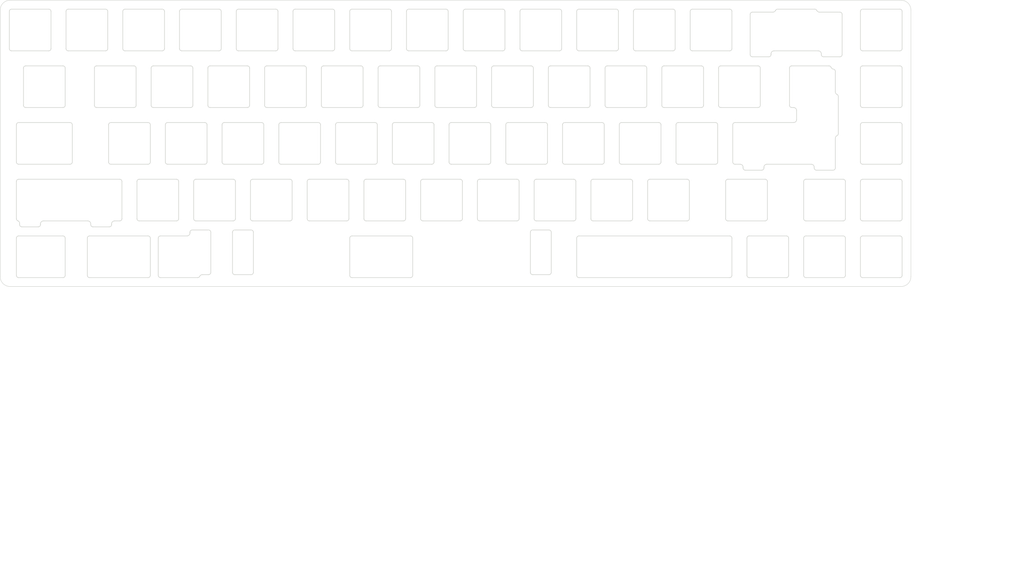
<source format=kicad_pcb>
(kicad_pcb (version 20221018) (generator pcbnew)

  (general
    (thickness 1.6)
  )

  (paper "A3")
  (layers
    (0 "F.Cu" signal)
    (31 "B.Cu" signal)
    (32 "B.Adhes" user "B.Adhesive")
    (33 "F.Adhes" user "F.Adhesive")
    (34 "B.Paste" user)
    (35 "F.Paste" user)
    (36 "B.SilkS" user "B.Silkscreen")
    (37 "F.SilkS" user "F.Silkscreen")
    (38 "B.Mask" user)
    (39 "F.Mask" user)
    (40 "Dwgs.User" user "User.Drawings")
    (41 "Cmts.User" user "User.Comments")
    (42 "Eco1.User" user "User.Eco1")
    (43 "Eco2.User" user "User.Eco2")
    (44 "Edge.Cuts" user)
    (45 "Margin" user)
    (46 "B.CrtYd" user "B.Courtyard")
    (47 "F.CrtYd" user "F.Courtyard")
    (48 "B.Fab" user)
    (49 "F.Fab" user)
  )

  (setup
    (pad_to_mask_clearance 0.051)
    (solder_mask_min_width 0.25)
    (pcbplotparams
      (layerselection 0x00010c0_ffffffff)
      (plot_on_all_layers_selection 0x0000000_00000000)
      (disableapertmacros false)
      (usegerberextensions true)
      (usegerberattributes false)
      (usegerberadvancedattributes false)
      (creategerberjobfile false)
      (dashed_line_dash_ratio 12.000000)
      (dashed_line_gap_ratio 3.000000)
      (svgprecision 4)
      (plotframeref false)
      (viasonmask false)
      (mode 1)
      (useauxorigin false)
      (hpglpennumber 1)
      (hpglpenspeed 20)
      (hpglpendiameter 15.000000)
      (dxfpolygonmode true)
      (dxfimperialunits true)
      (dxfusepcbnewfont true)
      (psnegative false)
      (psa4output false)
      (plotreference true)
      (plotvalue true)
      (plotinvisibletext false)
      (sketchpadsonfab false)
      (subtractmaskfromsilk false)
      (outputformat 1)
      (mirror false)
      (drillshape 0)
      (scaleselection 1)
      (outputdirectory "")
    )
  )

  (net 0 "")

  (gr_arc (start 56.650558 187.5229) (mid 54.311235 186.556406) (end 53.340499 184.218841)
    (stroke (width 0.15) (type solid)) (layer "Edge.Cuts") (tstamp 00000000-0000-0000-0000-00005cedc3ab))
  (gr_arc (start 359.0905 184.215842) (mid 358.121885 186.554286) (end 355.783441 187.522901)
    (stroke (width 0.15) (type solid)) (layer "Edge.Cuts") (tstamp 00000000-0000-0000-0000-00005cedc3ad))
  (gr_arc (start 355.783441 91.3229) (mid 358.121885 92.291515) (end 359.0905 94.629959)
    (stroke (width 0.15) (type solid)) (layer "Edge.Cuts") (tstamp 00000000-0000-0000-0000-00005cedc3af))
  (gr_line (start 355.783441 187.522901) (end 56.650558 187.5229)
    (stroke (width 0.15) (type solid)) (layer "Edge.Cuts") (tstamp 00000000-0000-0000-0000-00005e561239))
  (gr_line (start 56.647558 91.3229) (end 355.783441 91.3229)
    (stroke (width 0.15) (type solid)) (layer "Edge.Cuts") (tstamp 00000000-0000-0000-0000-00005e561263))
  (gr_arc (start 280.9755 146.431) (mid 280.44517 146.21133) (end 280.2255 145.681)
    (stroke (width 0.2) (type solid)) (layer "Edge.Cuts") (tstamp 01419ec1-cf62-4a7d-bea3-26bc57a8e752))
  (gr_line (start 156.113 114.131) (end 156.113 126.631)
    (stroke (width 0.2) (type solid)) (layer "Edge.Cuts") (tstamp 027aab26-dd2d-4e28-8d11-f24196b41e8d))
  (gr_line (start 109.5255 146.431) (end 122.0255 146.431)
    (stroke (width 0.2) (type solid)) (layer "Edge.Cuts") (tstamp 03092eff-8a7e-4180-a8ca-6509157107ff))
  (gr_arc (start 118.3005 152.231) (mid 118.52017 151.70067) (end 119.0505 151.481)
    (stroke (width 0.2) (type solid)) (layer "Edge.Cuts") (tstamp 033be336-37f6-4d7b-aa61-3c7fd633900c))
  (gr_arc (start 279.188 94.331) (mid 279.71833 94.55067) (end 279.938 95.081)
    (stroke (width 0.2) (type solid)) (layer "Edge.Cuts") (tstamp 0367b42b-faec-428a-8489-f0494d2e1869))
  (gr_arc (start 200.013 127.381) (mid 199.48267 127.16133) (end 199.263 126.631)
    (stroke (width 0.2) (type solid)) (layer "Edge.Cuts") (tstamp 04522306-db4c-4e5c-b4fa-2b6c9d553118))
  (gr_line (start 333.70675 115.218) (end 333.70675 122.074861)
    (stroke (width 0.2) (type solid)) (layer "Edge.Cuts") (tstamp 047b0d5d-fe2d-43f4-b4bf-a3ff7aedf615))
  (gr_line (start 138.33175 182.781) (end 138.33175 169.281)
    (stroke (width 0.2) (type solid)) (layer "Edge.Cuts") (tstamp 04d98685-9fce-4509-b0c5-defc50afff14))
  (gr_line (start 296.89425 152.231) (end 296.89425 164.731)
    (stroke (width 0.2) (type solid)) (layer "Edge.Cuts") (tstamp 04ea4ce8-1588-40c9-8445-93ae2a1c0903))
  (gr_line (start 59.85625 166.731) (end 59.85625 166.350547)
    (stroke (width 0.2) (type solid)) (layer "Edge.Cuts") (tstamp 05198b2a-7cd4-47c2-97c8-3ec365bb498b))
  (gr_line (start 89.7255 133.181) (end 89.7255 145.681)
    (stroke (width 0.2) (type solid)) (layer "Edge.Cuts") (tstamp 052bd84c-809c-4c22-ba37-64f2105b7663))
  (gr_line (start 189.4505 152.231) (end 189.4505 164.731)
    (stroke (width 0.2) (type solid)) (layer "Edge.Cuts") (tstamp 05334687-4cb7-4389-be0d-85bef5f26f7e))
  (gr_line (start 214.3005 165.481) (end 226.8005 165.481)
    (stroke (width 0.2) (type solid)) (layer "Edge.Cuts") (tstamp 05a33e2a-6f19-42d0-b592-894c5435bc95))
  (gr_line (start 257.163 113.381) (end 269.663 113.381)
    (stroke (width 0.2) (type solid)) (layer "Edge.Cuts") (tstamp 065682e1-a4e7-49ef-b238-1c376f7d40dc))
  (gr_line (start 170.4005 152.231) (end 170.4005 164.731)
    (stroke (width 0.2) (type solid)) (layer "Edge.Cuts") (tstamp 07da5a88-4f64-4923-8640-cb723cbf0499))
  (gr_line (start 137.58175 168.531) (end 132.08175 168.531)
    (stroke (width 0.2) (type solid)) (layer "Edge.Cuts") (tstamp 07f415ef-2cd0-4c12-8ca5-fd7de954bed0))
  (gr_arc (start 198.2255 132.431) (mid 198.75583 132.65067) (end 198.9755 133.181)
    (stroke (width 0.2) (type solid)) (layer "Edge.Cuts") (tstamp 088aa841-23f1-4b82-b84a-289c70538821))
  (gr_line (start 280.9755 132.431) (end 293.4755 132.431)
    (stroke (width 0.2) (type solid)) (layer "Edge.Cuts") (tstamp 088aca96-de05-477b-93cc-9374df76aab8))
  (gr_line (start 82.58175 171.281) (end 82.58175 183.781)
    (stroke (width 0.2) (type solid)) (layer "Edge.Cuts") (tstamp 09ebbbdd-59cc-42e4-bdb8-60cfc81d5ec9))
  (gr_line (start 294.513 114.131) (end 294.513 126.631)
    (stroke (width 0.2) (type solid)) (layer "Edge.Cuts") (tstamp 0a16128b-4113-4484-a9e8-5a49e1076f18))
  (gr_line (start 60.60625 167.481) (end 66.10625 167.481)
    (stroke (width 0.2) (type solid)) (layer "Edge.Cuts") (tstamp 0a65e10c-f182-4d92-9fb4-441873c7db59))
  (gr_arc (start 175.4505 152.231) (mid 175.67017 151.70067) (end 176.2005 151.481)
    (stroke (width 0.2) (type solid)) (layer "Edge.Cuts") (tstamp 0a87f36c-2c45-45be-b4ec-2f8e3ec13ba7))
  (gr_line (start 180.213 114.131) (end 180.213 126.631)
    (stroke (width 0.2) (type solid)) (layer "Edge.Cuts") (tstamp 0acf84e1-94f1-4fb9-b520-93a5faa36316))
  (gr_arc (start 238.113 127.381) (mid 237.58267 127.16133) (end 237.363 126.631)
    (stroke (width 0.2) (type solid)) (layer "Edge.Cuts") (tstamp 0c897c59-d7b4-4a87-acaa-e7d6685b46a6))
  (gr_line (start 95.238 108.331) (end 107.738 108.331)
    (stroke (width 0.2) (type solid)) (layer "Edge.Cuts") (tstamp 0e3b1ffc-a2a6-4660-ac60-0c733515ad1d))
  (gr_arc (start 355.388 170.531) (mid 355.91833 170.75067) (end 356.138 171.281)
    (stroke (width 0.2) (type solid)) (layer "Edge.Cuts") (tstamp 0e8f5eaf-0d65-431f-aedb-87db1f13939e))
  (gr_arc (start 264.9005 151.481) (mid 265.43083 151.70067) (end 265.6505 152.231)
    (stroke (width 0.2) (type solid)) (layer "Edge.Cuts") (tstamp 0eca7e1c-297e-4cab-af4c-b7eaf6ad9240))
  (gr_arc (start 202.988 94.331) (mid 203.51833 94.55067) (end 203.738 95.081)
    (stroke (width 0.2) (type solid)) (layer "Edge.Cuts") (tstamp 0f23033f-4d86-49b9-adef-bb6e8b18e88e))
  (gr_line (start 94.2005 152.231) (end 94.2005 164.731)
    (stroke (width 0.2) (type solid)) (layer "Edge.Cuts") (tstamp 0fb73647-fbef-455f-af93-eea7a1205786))
  (gr_line (start 237.0755 133.181) (end 237.0755 145.681)
    (stroke (width 0.2) (type solid)) (layer "Edge.Cuts") (tstamp 0ff85f2d-ec83-4d73-8575-12091a9ffac6))
  (gr_line (start 157.1505 151.481) (end 169.6505 151.481)
    (stroke (width 0.2) (type solid)) (layer "Edge.Cuts") (tstamp 110c62a7-a3e1-41b3-8695-1bae32526e8e))
  (gr_arc (start 222.788 107.581) (mid 222.56833 108.11133) (end 222.038 108.331)
    (stroke (width 0.2) (type solid)) (layer "Edge.Cuts") (tstamp 11258ac5-f0ee-41d3-a7f4-f9cd0b2c26d7))
  (gr_line (start 98.963 114.131) (end 98.963 126.631)
    (stroke (width 0.2) (type solid)) (layer "Edge.Cuts") (tstamp 114c4648-0f98-4002-80d5-af5793ae437d))
  (gr_arc (start 342.138 152.231) (mid 342.35767 151.70067) (end 342.888 151.481)
    (stroke (width 0.2) (type solid)) (layer "Edge.Cuts") (tstamp 12810acb-9e30-4509-945c-ce0b12e2cb52))
  (gr_line (start 166.6755 146.431) (end 179.1755 146.431)
    (stroke (width 0.2) (type solid)) (layer "Edge.Cuts") (tstamp 1312f602-0470-4daa-b51c-a9a58c680535))
  (gr_line (start 147.6255 132.431) (end 160.1255 132.431)
    (stroke (width 0.2) (type solid)) (layer "Edge.Cuts") (tstamp 13b52698-6a7a-4343-8073-75ce24c5ec3a))
  (gr_arc (start 156.113 126.631) (mid 155.89333 127.16133) (end 155.363 127.381)
    (stroke (width 0.2) (type solid)) (layer "Edge.Cuts") (tstamp 1490d34f-c9c4-4f98-97e8-325027163907))
  (gr_arc (start 284.7005 164.731) (mid 284.48083 165.26133) (end 283.9505 165.481)
    (stroke (width 0.2) (type solid)) (layer "Edge.Cuts") (tstamp 14e86df9-36d9-4a96-890d-1cddb0881cd5))
  (gr_line (start 265.938 95.081) (end 265.938 107.581)
    (stroke (width 0.2) (type solid)) (layer "Edge.Cuts") (tstamp 1500e909-6057-4dc1-a0f3-6efc8dc8ba75))
  (gr_line (start 137.58175 183.531) (end 132.08175 183.531)
    (stroke (width 0.2) (type solid)) (layer "Edge.Cuts") (tstamp 153a7062-2f34-40ca-98d2-d8f56ca42369))
  (gr_arc (start 326.813 94.331) (mid 327.213892 94.447134) (end 327.490631 94.759571)
    (stroke (width 0.2) (type solid)) (layer "Edge.Cuts") (tstamp 158e8f7b-31e1-49c4-bf85-bf9621fda16a))
  (gr_line (start 298.988 171.281) (end 298.988 183.781)
    (stroke (width 0.2) (type solid)) (layer "Edge.Cuts") (tstamp 15d60968-164c-4ab4-8ff3-e919b69c2482))
  (gr_line (start 165.638 95.081) (end 165.638 107.581)
    (stroke (width 0.2) (type solid)) (layer "Edge.Cuts") (tstamp 160199a5-4def-485f-84f2-aa7aa85435bc))
  (gr_line (start 146.8755 133.181) (end 146.8755 145.681)
    (stroke (width 0.2) (type solid)) (layer "Edge.Cuts") (tstamp 16060eab-bfea-40e9-9e6e-d656f3cc085d))
  (gr_arc (start 90.73225 166.731) (mid 90.512583 167.261348) (end 89.98225 167.481)
    (stroke (width 0.2) (type solid)) (layer "Edge.Cuts") (tstamp 17df04c4-0597-4314-b341-0a1e77aef6b6))
  (gr_line (start 318.3255 114.131) (end 318.3255 126.631)
    (stroke (width 0.2) (type solid)) (layer "Edge.Cuts") (tstamp 17f15408-1e6e-4e82-adb0-47ee2bf7a127))
  (gr_line (start 59.51925 146.431) (end 76.78175 146.431)
    (stroke (width 0.2) (type solid)) (layer "Edge.Cuts") (tstamp 1828ea34-14a5-4d4c-8ae8-0976b8157099))
  (gr_arc (start 355.388 113.381) (mid 355.91833 113.60067) (end 356.138 114.131)
    (stroke (width 0.2) (type solid)) (layer "Edge.Cuts") (tstamp 1901d839-f26d-482b-828b-37e00f0e5310))
  (gr_arc (start 169.6505 151.481) (mid 170.18083 151.70067) (end 170.4005 152.231)
    (stroke (width 0.2) (type solid)) (layer "Edge.Cuts") (tstamp 1ac8d19c-1264-4071-a41d-bd0c6af1f4f5))
  (gr_arc (start 223.8255 146.431) (mid 223.29517 146.21133) (end 223.0755 145.681)
    (stroke (width 0.2) (type solid)) (layer "Edge.Cuts") (tstamp 1b224a46-55e8-4675-875c-7909e733d820))
  (gr_line (start 151.3505 152.231) (end 151.3505 164.731)
    (stroke (width 0.2) (type solid)) (layer "Edge.Cuts") (tstamp 1bc7a265-2082-494e-ab4b-de9adb56180f))
  (gr_arc (start 212.513 113.381) (mid 213.04333 113.60067) (end 213.263 114.131)
    (stroke (width 0.2) (type solid)) (layer "Edge.Cuts") (tstamp 1c142609-7126-4931-83c0-ca8ce7cc5d1a))
  (gr_arc (start 66.85625 166.481) (mid 67.149143 165.773893) (end 67.85625 165.481)
    (stroke (width 0.2) (type solid)) (layer "Edge.Cuts") (tstamp 1c1d2a87-b901-4084-a00b-5bcebd38505b))
  (gr_line (start 314.313 94.331) (end 326.813 94.331)
    (stroke (width 0.2) (type solid)) (layer "Edge.Cuts") (tstamp 1c5728ff-6a4a-48c7-b267-d6f319706c00))
  (gr_arc (start 333.061861 114.475402) (mid 332.583581 114.271111) (end 332.272576 113.854259)
    (stroke (width 0.2) (type solid)) (layer "Edge.Cuts") (tstamp 1c97dfee-bf3c-4e0f-838b-34f6307f8e3a))
  (gr_arc (start 138.33175 182.781) (mid 138.112083 183.311348) (end 137.58175 183.531)
    (stroke (width 0.2) (type solid)) (layer "Edge.Cuts") (tstamp 1cbfd9e1-4886-430c-93e4-b1e7758f662d))
  (gr_line (start 333.70675 147.681) (end 333.70675 137.737139)
    (stroke (width 0.2) (type solid)) (layer "Edge.Cuts") (tstamp 1cfaccec-389b-44ae-b39e-fd5b2fe802ac))
  (gr_line (start 194.213 114.131) (end 194.213 126.631)
    (stroke (width 0.2) (type solid)) (layer "Edge.Cuts") (tstamp 1d2c9344-df18-40cf-bbec-3a24f3a3e336))
  (gr_arc (start 266.688 108.331) (mid 266.15767 108.11133) (end 265.938 107.581)
    (stroke (width 0.2) (type solid)) (layer "Edge.Cuts") (tstamp 1d89358e-f51b-486a-a339-1e6201d08707))
  (gr_line (start 246.888 171.281) (end 246.888 183.781)
    (stroke (width 0.2) (type solid)) (layer "Edge.Cuts") (tstamp 1dda02d8-1183-4073-8461-f349656dbe81))
  (gr_line (start 342.888 132.431) (end 355.388 132.431)
    (stroke (width 0.2) (type solid)) (layer "Edge.Cuts") (tstamp 1ddd76e3-134c-460f-9518-9f852b669072))
  (gr_arc (start 232.6005 152.231) (mid 232.82017 151.70067) (end 233.3505 151.481)
    (stroke (width 0.2) (type solid)) (layer "Edge.Cuts") (tstamp 1de405b6-8c16-4b6f-852a-8e5ed9e714ff))
  (gr_line (start 261.1755 133.181) (end 261.1755 145.681)
    (stroke (width 0.2) (type solid)) (layer "Edge.Cuts") (tstamp 1e2416a0-3249-4cdf-b6f8-6e8e121ecbf8))
  (gr_arc (start 194.5005 152.231) (mid 194.72017 151.70067) (end 195.2505 151.481)
    (stroke (width 0.2) (type solid)) (layer "Edge.Cuts") (tstamp 1ed758f4-b2f7-478d-82e1-b6c9bbb26cf1))
  (gr_arc (start 165.638 107.581) (mid 165.41833 108.11133) (end 164.888 108.331)
    (stroke (width 0.2) (type solid)) (layer "Edge.Cuts") (tstamp 1f2fc9c4-3e1c-4504-87f8-93dc176c7129))
  (gr_line (start 142.863 127.381) (end 155.363 127.381)
    (stroke (width 0.2) (type solid)) (layer "Edge.Cuts") (tstamp 1fdb4065-c2ec-4f4e-8f2c-850b95ba05e3))
  (gr_line (start 280.2255 133.181) (end 280.2255 145.681)
    (stroke (width 0.2) (type solid)) (layer "Edge.Cuts") (tstamp 200849a4-2e5d-4115-88d9-0c2b107e6c5c))
  (gr_line (start 298.988 95.081) (end 298.988 107.581)
    (stroke (width 0.2) (type solid)) (layer "Edge.Cuts") (tstamp 20c4d807-8cdd-4f65-9e1e-08cba261c80d))
  (gr_arc (start 117.038 169.531) (mid 116.745107 170.238107) (end 116.038 170.531)
    (stroke (width 0.2) (type solid)) (layer "Edge.Cuts") (tstamp 20f3fef9-4e0c-4e52-b10c-98686d6f72d9))
  (gr_line (start 223.8255 146.431) (end 236.3255 146.431)
    (stroke (width 0.2) (type solid)) (layer "Edge.Cuts") (tstamp 2101ea30-0454-45d6-8650-65a8b8643fee))
  (gr_arc (start 203.738 107.581) (mid 203.51833 108.11133) (end 202.988 108.331)
    (stroke (width 0.2) (type solid)) (layer "Edge.Cuts") (tstamp 21038fff-41f4-4220-bd9b-0b36858938fb))
  (gr_arc (start 126.788 94.331) (mid 127.31833 94.55067) (end 127.538 95.081)
    (stroke (width 0.2) (type solid)) (layer "Edge.Cuts") (tstamp 218bdff5-3e37-472a-b8f7-a6eef849baca))
  (gr_line (start 75.1505 114.131) (end 75.1505 126.631)
    (stroke (width 0.2) (type solid)) (layer "Edge.Cuts") (tstamp 21bd4baa-726d-432b-a2da-c81aa20b359b))
  (gr_line (start 99.2505 152.231) (end 99.2505 164.731)
    (stroke (width 0.2) (type solid)) (layer "Edge.Cuts") (tstamp 2216f28c-ba49-4dc5-bb28-acf27bd1cf0b))
  (gr_line (start 107.14425 184.531) (end 119.64425 184.531)
    (stroke (width 0.2) (type solid)) (layer "Edge.Cuts") (tstamp 2350ad09-dc83-46d9-9578-038ee82846dd))
  (gr_arc (start 279.938 107.581) (mid 279.71833 108.11133) (end 279.188 108.331)
    (stroke (width 0.2) (type solid)) (layer "Edge.Cuts") (tstamp 239cfec2-9ffd-492f-bb1c-f7b01197eea4))
  (gr_arc (start 342.138 133.181) (mid 342.35767 132.65067) (end 342.888 132.431)
    (stroke (width 0.2) (type solid)) (layer "Edge.Cuts") (tstamp 239d4195-3e9b-4a7c-8a97-fcc76f391dae))
  (gr_arc (start 242.8755 146.431) (mid 242.34517 146.21133) (end 242.1255 145.681)
    (stroke (width 0.2) (type solid)) (layer "Edge.Cuts") (tstamp 243b6b2a-e13b-4931-949a-af4be7a5ff9d))
  (gr_line (start 200.013 113.381) (end 212.513 113.381)
    (stroke (width 0.2) (type solid)) (layer "Edge.Cuts") (tstamp 2491e0e0-d97d-45cf-8489-fe261ab7cc56))
  (gr_arc (start 166.6755 146.431) (mid 166.14517 146.21133) (end 165.9255 145.681)
    (stroke (width 0.2) (type solid)) (layer "Edge.Cuts") (tstamp 250e5a2d-09f4-4559-804c-53a6d943addd))
  (gr_arc (start 247.638 184.531) (mid 247.10767 184.31133) (end 246.888 183.781)
    (stroke (width 0.2) (type solid)) (layer "Edge.Cuts") (tstamp 2574fe80-3984-4ee7-b271-f99e44a7a140))
  (gr_line (start 238.338 182.781) (end 238.338 169.281)
    (stroke (width 0.2) (type solid)) (layer "Edge.Cuts") (tstamp 264b0d45-6b88-497e-b2a8-275e3d474e9a))
  (gr_arc (start 89.7255 133.181) (mid 89.94517 132.65067) (end 90.4755 132.431)
    (stroke (width 0.2) (type solid)) (layer "Edge.Cuts") (tstamp 26512ca7-8ec8-453d-8bf4-cd6304c1ea40))
  (gr_arc (start 231.338 169.281) (mid 231.557659 168.750659) (end 232.088 168.531)
    (stroke (width 0.2) (type solid)) (layer "Edge.Cuts") (tstamp 2674848b-5c79-4205-97c5-077620d30862))
  (gr_line (start 198.9755 133.181) (end 198.9755 145.681)
    (stroke (width 0.2) (type solid)) (layer "Edge.Cuts") (tstamp 267fc3e4-e9f5-4fb7-9436-8e321074e6ad))
  (gr_arc (start 305.125 96.081) (mid 305.34467 95.55067) (end 305.875 95.331)
    (stroke (width 0.2) (type solid)) (layer "Edge.Cuts") (tstamp 27368b9c-e632-4066-b90e-2a18420cf2be))
  (gr_line (start 238.113 113.381) (end 250.613 113.381)
    (stroke (width 0.2) (type solid)) (layer "Edge.Cuts") (tstamp 273b3c72-340d-4716-bd7e-ce3e47135b39))
  (gr_arc (start 122.0255 132.431) (mid 122.55583 132.65067) (end 122.7755 133.181)
    (stroke (width 0.2) (type solid)) (layer "Edge.Cuts") (tstamp 279ae6e9-b1a2-4494-99d0-f6b59ecc21c9))
  (gr_arc (start 147.6255 146.431) (mid 147.09517 146.21133) (end 146.8755 145.681)
    (stroke (width 0.2) (type solid)) (layer "Edge.Cuts") (tstamp 27aa35d3-f922-43d4-b969-49b641412642))
  (gr_line (start 323.838 170.531) (end 336.338 170.531)
    (stroke (width 0.2) (type solid)) (layer "Edge.Cuts") (tstamp 2831f196-17e0-40b2-a5f2-70723ef2cecc))
  (gr_arc (start 59.51925 146.431) (mid 58.98892 146.21133) (end 58.76925 145.681)
    (stroke (width 0.2) (type solid)) (layer "Edge.Cuts") (tstamp 28496903-a218-43ed-88aa-7258529dbdec))
  (gr_arc (start 146.588 107.581) (mid 146.36833 108.11133) (end 145.838 108.331)
    (stroke (width 0.2) (type solid)) (layer "Edge.Cuts") (tstamp 28956972-78e1-4eb8-a71c-be7b0ea81cac))
  (gr_arc (start 137.3505 152.231) (mid 137.57017 151.70067) (end 138.1005 151.481)
    (stroke (width 0.2) (type solid)) (layer "Edge.Cuts") (tstamp 28a60f18-553d-4b1d-966d-9f88a7de6ffa))
  (gr_line (start 356.138 133.181) (end 356.138 145.681)
    (stroke (width 0.2) (type solid)) (layer "Edge.Cuts") (tstamp 2921edfc-9ad5-49f9-99ae-5fb009875e33))
  (gr_line (start 76.188 94.331) (end 88.688 94.331)
    (stroke (width 0.2) (type solid)) (layer "Edge.Cuts") (tstamp 294d36f7-1511-4d59-abae-58067b591433))
  (gr_line (start 334.70675 123.656) (end 334.70675 136.156)
    (stroke (width 0.2) (type solid)) (layer "Edge.Cuts") (tstamp 29eff85d-8fd4-4b70-9b9e-bc0148b634f5))
  (gr_arc (start 342.888 127.381) (mid 342.35767 127.16133) (end 342.138 126.631)
    (stroke (width 0.2) (type solid)) (layer "Edge.Cuts") (tstamp 2a2f07e3-7f4e-4e10-b730-d0de2aa403c6))
  (gr_arc (start 333.70675 147.681) (mid 333.487083 148.211348) (end 332.95675 148.431)
    (stroke (width 0.2) (type solid)) (layer "Edge.Cuts") (tstamp 2a55d2cb-5365-4780-b096-d5ef8519834a))
  (gr_arc (start 236.3255 132.431) (mid 236.85583 132.65067) (end 237.0755 133.181)
    (stroke (width 0.2) (type solid)) (layer "Edge.Cuts") (tstamp 2aa5cd30-cedc-427c-90bd-f9b4911a038c))
  (gr_arc (start 298.238 170.531) (mid 298.76833 170.75067) (end 298.988 171.281)
    (stroke (width 0.2) (type solid)) (layer "Edge.Cuts") (tstamp 2ac2a31a-5cbe-42c1-b63c-f562e7125f8e))
  (gr_line (start 237.588 168.531) (end 232.088 168.531)
    (stroke (width 0.2) (type solid)) (layer "Edge.Cuts") (tstamp 2b4fc627-9e1a-47b8-889a-1e9637777cd6))
  (gr_arc (start 319.70675 127.381) (mid 320.413889 127.673876) (end 320.70675 128.381)
    (stroke (width 0.2) (type solid)) (layer "Edge.Cuts") (tstamp 2c935462-c07f-4761-a590-675072efb9ce))
  (gr_arc (start 118.013 126.631) (mid 117.79333 127.16133) (end 117.263 127.381)
    (stroke (width 0.2) (type solid)) (layer "Edge.Cuts") (tstamp 2cf4eba4-f80d-429b-af47-8b2a7029f3b3))
  (gr_line (start 308.513 114.131) (end 308.513 126.631)
    (stroke (width 0.2) (type solid)) (layer "Edge.Cuts") (tstamp 2e1016da-b349-4009-85b0-56585bf42e81))
  (gr_arc (start 106.39425 171.281) (mid 106.613917 170.750652) (end 107.14425 170.531)
    (stroke (width 0.2) (type solid)) (layer "Edge.Cuts") (tstamp 2e279b92-7778-4f31-b5cb-6295cc91d25f))
  (gr_arc (start 137.58175 168.531) (mid 138.112048 168.750688) (end 138.33175 169.281)
    (stroke (width 0.2) (type solid)) (layer "Edge.Cuts") (tstamp 2f5850b2-e365-442a-91a2-31dd763c34f5))
  (gr_line (start 56.388 95.081) (end 56.388 107.581)
    (stroke (width 0.2) (type solid)) (layer "Edge.Cuts") (tstamp 2f703be1-6ab1-41ff-93f8-5c43f36a600b))
  (gr_arc (start 295.263 127.381) (mid 294.73267 127.16133) (end 294.513 126.631)
    (stroke (width 0.2) (type solid)) (layer "Edge.Cuts") (tstamp 2f819490-6793-4d6c-a99f-5095f7815cbf))
  (gr_arc (start 304.038 171.281) (mid 304.25767 170.75067) (end 304.788 170.531)
    (stroke (width 0.2) (type solid)) (layer "Edge.Cuts") (tstamp 2fb994d7-1687-456b-b3df-9c427cea79e1))
  (gr_arc (start 60.60625 167.481) (mid 60.07592 167.26133) (end 59.85625 166.731)
    (stroke (width 0.2) (type solid)) (layer "Edge.Cuts") (tstamp 300a8f69-3310-435d-b01b-cb84ae1c9919))
  (gr_arc (start 124.038 182.781) (mid 123.81833 183.31133) (end 123.288 183.531)
    (stroke (width 0.2) (type solid)) (layer "Edge.Cuts") (tstamp 3043bd10-662f-4ce6-a904-1e813dd23238))
  (gr_arc (start 336.338 170.531) (mid 336.86833 170.75067) (end 337.088 171.281)
    (stroke (width 0.2) (type solid)) (layer "Edge.Cuts") (tstamp 30d56e31-a5a2-4abd-8e08-c451d4d8ce27))
  (gr_arc (start 113.2505 164.731) (mid 113.03083 165.26133) (end 112.5005 165.481)
    (stroke (width 0.2) (type solid)) (layer "Edge.Cuts") (tstamp 3126124e-a485-4d3a-b825-25265759cc84))
  (gr_arc (start 131.5505 151.481) (mid 132.08083 151.70067) (end 132.3005 152.231)
    (stroke (width 0.2) (type solid)) (layer "Edge.Cuts") (tstamp 319f39ab-99ac-4d6d-a133-b40c36548f79))
  (gr_line (start 304.788 184.531) (end 317.288 184.531)
    (stroke (width 0.2) (type solid)) (layer "Edge.Cuts") (tstamp 3201aefc-3615-4475-8a77-c1ce2aca7a8b))
  (gr_arc (start 355.388 151.481) (mid 355.91833 151.70067) (end 356.138 152.231)
    (stroke (width 0.2) (type solid)) (layer "Edge.Cuts") (tstamp 328b2b49-b6d4-42b2-855a-1b73edf496af))
  (gr_line (start 242.1255 133.181) (end 242.1255 145.681)
    (stroke (width 0.2) (type solid)) (layer "Edge.Cuts") (tstamp 33411e61-631c-4bca-ae5f-3a52f0a9038a))
  (gr_arc (start 313.635369 94.759571) (mid 313.26638 95.176139) (end 312.731861 95.331)
    (stroke (width 0.2) (type solid)) (layer "Edge.Cuts") (tstamp 334d3994-6644-4399-9ef5-f020c5dbc63c))
  (gr_line (start 233.3505 165.481) (end 245.8505 165.481)
    (stroke (width 0.2) (type solid)) (layer "Edge.Cuts") (tstamp 343e795e-330b-46ad-a4e8-ac09fc068309))
  (gr_line (start 276.213 127.381) (end 288.713 127.381)
    (stroke (width 0.2) (type solid)) (layer "Edge.Cuts") (tstamp 349d136a-1d36-4de9-84db-e3f6920eac1f))
  (gr_arc (start 317.288 170.531) (mid 317.81833 170.75067) (end 318.038 171.281)
    (stroke (width 0.2) (type solid)) (layer "Edge.Cuts") (tstamp 3527daf2-2ff8-411d-b0d0-b926d1febf3c))
  (gr_line (start 70.388 95.081) (end 70.388 107.581)
    (stroke (width 0.2) (type solid)) (layer "Edge.Cuts") (tstamp 35794a5b-a6c3-4b2f-816d-f813ed62324c))
  (gr_line (start 170.688 95.081) (end 170.688 107.581)
    (stroke (width 0.2) (type solid)) (layer "Edge.Cuts") (tstamp 358a5033-bd98-46d2-9f80-df214eb6daf8))
  (gr_line (start 75.1505 171.281) (end 75.1505 183.781)
    (stroke (width 0.2) (type solid)) (layer "Edge.Cuts") (tstamp 35dccf87-896c-4583-b078-c52145492c4a))
  (gr_line (start 209.538 94.331) (end 222.038 94.331)
    (stroke (width 0.2) (type solid)) (layer "Edge.Cuts") (tstamp 35e86225-5cec-4083-820e-5fcd6ef09dda))
  (gr_arc (start 108.488 107.581) (mid 108.26833 108.11133) (end 107.738 108.331)
    (stroke (width 0.2) (type solid)) (layer "Edge.Cuts") (tstamp 371079ab-3c52-4621-90e8-db4a18c87092))
  (gr_line (start 160.8755 133.181) (end 160.8755 145.681)
    (stroke (width 0.2) (type solid)) (layer "Edge.Cuts") (tstamp 376236f4-9438-4270-9fe9-8515406b7df5))
  (gr_line (start 58.76925 133.181) (end 58.76925 145.681)
    (stroke (width 0.2) (type solid)) (layer "Edge.Cuts") (tstamp 3820fb1e-c9ff-43d4-a21f-5f3ed0d264e7))
  (gr_line (start 319.0755 113.381) (end 331.5755 113.381)
    (stroke (width 0.2) (type solid)) (layer "Edge.Cuts") (tstamp 393259b0-843b-4277-942c-5733ee94a0a8))
  (gr_line (start 335.251 95.331) (end 328.394139 95.331)
    (stroke (width 0.2) (type solid)) (layer "Edge.Cuts") (tstamp 399b3e25-ce01-46da-9804-55ecfe69a226))
  (gr_arc (start 85.713 127.381) (mid 85.18267 127.16133) (end 84.963 126.631)
    (stroke (width 0.2) (type solid)) (layer "Edge.Cuts") (tstamp 3a9c0158-83b9-4cc9-bfd1-df45a28695ec))
  (gr_arc (start 257.163 127.381) (mid 256.63267 127.16133) (end 256.413 126.631)
    (stroke (width 0.2) (type solid)) (layer "Edge.Cuts") (tstamp 3ab915ba-73de-4dcb-940c-6db8a81291c7))
  (gr_line (start 123.063 114.131) (end 123.063 126.631)
    (stroke (width 0.2) (type solid)) (layer "Edge.Cuts") (tstamp 3ac85a41-01fa-4464-a3a8-d5a96c748c97))
  (gr_line (start 103.7255 133.181) (end 103.7255 145.681)
    (stroke (width 0.2) (type solid)) (layer "Edge.Cuts") (tstamp 3b827fe3-6e18-4b1d-a97d-f1f4d3f25cf5))
  (gr_arc (start 304.788 184.531) (mid 304.25767 184.31133) (end 304.038 183.781)
    (stroke (width 0.2) (type solid)) (layer "Edge.Cuts") (tstamp 3d24d31c-2133-43bb-8e9f-32fa8c7b9760))
  (gr_line (start 142.863 113.381) (end 155.363 113.381)
    (stroke (width 0.2) (type solid)) (layer "Edge.Cuts") (tstamp 3d91776f-843a-4657-869a-885c53788121))
  (gr_arc (start 260.138 94.331) (mid 260.66833 94.55067) (end 260.888 95.081)
    (stroke (width 0.2) (type solid)) (layer "Edge.Cuts") (tstamp 3d9b3707-7285-4a06-be17-fe2d38f4a14b))
  (gr_arc (start 213.5505 152.231) (mid 213.77017 151.70067) (end 214.3005 151.481)
    (stroke (width 0.2) (type solid)) (layer "Edge.Cuts") (tstamp 3de0974f-3ebf-42db-b355-67aa3c063f88))
  (gr_arc (start 307.763 113.381) (mid 308.29333 113.60067) (end 308.513 114.131)
    (stroke (width 0.2) (type solid)) (layer "Edge.Cuts") (tstamp 3e02cd63-a4ae-4f65-bff0-8bcbdd3ed7f0))
  (gr_line (start 84.963 114.131) (end 84.963 126.631)
    (stroke (width 0.2) (type solid)) (layer "Edge.Cuts") (tstamp 3e139821-cc97-49e2-9bf7-4cad3027cf7e))
  (gr_arc (start 237.588 168.531) (mid 238.118305 168.750695) (end 238.338 169.281)
    (stroke (width 0.2) (type solid)) (layer "Edge.Cuts") (tstamp 3eee3105-c7c2-4866-b4c6-feb9ed37a40c))
  (gr_line (start 118.013 114.131) (end 118.013 126.631)
    (stroke (width 0.2) (type solid)) (layer "Edge.Cuts") (tstamp 3f3c59de-4ff6-474d-84ea-872051c49a18))
  (gr_arc (start 325.61975 146.431) (mid 326.326889 146.723876) (end 326.61975 147.431)
    (stroke (width 0.2) (type solid)) (layer "Edge.Cuts") (tstamp 3f40062b-fb9b-4324-b2e3-02cf2773d744))
  (gr_line (start 265.6505 152.231) (end 265.6505 164.731)
    (stroke (width 0.2) (type solid)) (layer "Edge.Cuts") (tstamp 3fe0db0e-0826-480d-89d4-b0c3f01af548))
  (gr_line (start 297.64425 151.481) (end 310.14425 151.481)
    (stroke (width 0.2) (type solid)) (layer "Edge.Cuts") (tstamp 3ffa4d48-1bb0-4536-982b-8c20f839ac20))
  (gr_line (start 127.538 95.081) (end 127.538 107.581)
    (stroke (width 0.2) (type solid)) (layer "Edge.Cuts") (tstamp 40e2f0f4-6924-4af7-929d-8d7ab6a43b1c))
  (gr_line (start 137.063 114.131) (end 137.063 126.631)
    (stroke (width 0.2) (type solid)) (layer "Edge.Cuts") (tstamp 41d68f70-afee-4cec-907a-abc72d72ef8f))
  (gr_line (start 204.0255 133.181) (end 204.0255 145.681)
    (stroke (width 0.2) (type solid)) (layer "Edge.Cuts") (tstamp 428b3657-518a-4e3c-a5ba-f814196e5f43))
  (gr_line (start 128.5755 146.431) (end 141.0755 146.431)
    (stroke (width 0.2) (type solid)) (layer "Edge.Cuts") (tstamp 4435c038-8712-4cec-9182-e978701b4f9b))
  (gr_line (start 275.1755 133.181) (end 275.1755 145.681)
    (stroke (width 0.2) (type solid)) (layer "Edge.Cuts") (tstamp 4501425a-03aa-49e3-a46d-3c513acf58f8))
  (gr_line (start 219.063 127.381) (end 231.563 127.381)
    (stroke (width 0.2) (type solid)) (layer "Edge.Cuts") (tstamp 45bd7b7d-6c4b-4a6c-a25b-ccf62cd4a2c4))
  (gr_line (start 107.14425 170.531) (end 116.038 170.531)
    (stroke (width 0.2) (type solid)) (layer "Edge.Cuts") (tstamp 46bd6938-edeb-4d58-abbe-9629292faa86))
  (gr_arc (start 356.138 145.681) (mid 355.91833 146.21133) (end 355.388 146.431)
    (stroke (width 0.2) (type solid)) (layer "Edge.Cuts") (tstamp 46e10496-a7c9-41e1-a780-add3851e847b))
  (gr_arc (start 310.14425 151.481) (mid 310.674548 151.700688) (end 310.89425 152.231)
    (stroke (width 0.2) (type solid)) (layer "Edge.Cuts") (tstamp 477712bb-9cc9-406d-9de1-daabaa7cf04d))
  (gr_line (start 59.51925 184.531) (end 74.4005 184.531)
    (stroke (width 0.2) (type solid)) (layer "Edge.Cuts") (tstamp 485e7aaa-04f6-4d6a-9638-53885f62446c))
  (gr_line (start 242.8755 132.431) (end 255.3755 132.431)
    (stroke (width 0.2) (type solid)) (layer "Edge.Cuts") (tstamp 48735117-b9ec-44c6-b387-8c1a70340b3d))
  (gr_line (start 58.76925 152.231) (end 58.76925 164.731)
    (stroke (width 0.2) (type solid)) (layer "Edge.Cuts") (tstamp 48795e1f-8a20-4b84-bdaf-f6e67d177b78))
  (gr_arc (start 107.738 94.331) (mid 108.26833 94.55067) (end 108.488 95.081)
    (stroke (width 0.2) (type solid)) (layer "Edge.Cuts") (tstamp 48916e6b-e748-4de7-99b3-e9d0270d663d))
  (gr_line (start 208.788 95.081) (end 208.788 107.581)
    (stroke (width 0.2) (type solid)) (layer "Edge.Cuts") (tstamp 49073d77-8323-4d2a-b5f0-7d704a6b3058))
  (gr_arc (start 342.888 108.331) (mid 342.35767 108.11133) (end 342.138 107.581)
    (stroke (width 0.2) (type solid)) (layer "Edge.Cuts") (tstamp 495c0a0f-57d6-456a-bb31-6326fe990839))
  (gr_line (start 356.138 152.231) (end 356.138 164.731)
    (stroke (width 0.2) (type solid)) (layer "Edge.Cuts") (tstamp 499aeba2-9405-462f-9ad9-c6dfbe9c78b8))
  (gr_arc (start 237.363 114.131) (mid 237.58267 113.60067) (end 238.113 113.381)
    (stroke (width 0.2) (type solid)) (layer "Edge.Cuts") (tstamp 49b40391-ba88-416a-bd8e-8eca8eea3b9a))
  (gr_line (start 190.488 108.331) (end 202.988 108.331)
    (stroke (width 0.2) (type solid)) (layer "Edge.Cuts") (tstamp 4a63bf1b-b9d2-4983-92aa-bc688cdebef6))
  (gr_line (start 57.138 108.331) (end 69.638 108.331)
    (stroke (width 0.2) (type solid)) (layer "Edge.Cuts") (tstamp 4b2fe321-ae78-49e4-8b75-b98cad825e40))
  (gr_line (start 166.6755 132.431) (end 179.1755 132.431)
    (stroke (width 0.2) (type solid)) (layer "Edge.Cuts") (tstamp 4bb156e8-373b-4d39-b054-9d5577e6511e))
  (gr_line (start 231.338 182.781) (end 231.338 169.281)
    (stroke (width 0.2) (type solid)) (layer "Edge.Cuts") (tstamp 4bd01849-4d0c-4d16-8d30-7d922bdbdba0))
  (gr_arc (start 103.7255 183.781) (mid 103.50583 184.31133) (end 102.9755 184.531)
    (stroke (width 0.2) (type solid)) (layer "Edge.Cuts") (tstamp 4c5d10fc-684a-460a-8be9-04f1b55d0fcf))
  (gr_arc (start 246.888 95.081) (mid 247.10767 94.55067) (end 247.638 94.331)
    (stroke (width 0.2) (type solid)) (layer "Edge.Cuts") (tstamp 4cc1fd9a-0d68-4376-91a4-1907aaf55d29))
  (gr_arc (start 174.413 113.381) (mid 174.94333 113.60067) (end 175.163 114.131)
    (stroke (width 0.2) (type solid)) (layer "Edge.Cuts") (tstamp 4cf95160-594e-4e39-9d25-25ab12e63980))
  (gr_line (start 305.125 96.081) (end 305.125 109.581)
    (stroke (width 0.2) (type solid)) (layer "Edge.Cuts") (tstamp 4d00dbf6-e443-475e-9540-76cef3a90a38))
  (gr_arc (start 323.088 171.281) (mid 323.30767 170.75067) (end 323.838 170.531)
    (stroke (width 0.2) (type solid)) (layer "Edge.Cuts") (tstamp 4d905bab-198a-44a3-ad56-ab8e987ea4bb))
  (gr_line (start 305.875 95.331) (end 312.731861 95.331)
    (stroke (width 0.2) (type solid)) (layer "Edge.Cuts") (tstamp 4e276189-c657-4d76-8571-b5d577fddbe1))
  (gr_line (start 342.138 95.081) (end 342.138 107.581)
    (stroke (width 0.2) (type solid)) (layer "Edge.Cuts") (tstamp 4e941ab3-fe5c-4f4e-9ed9-0652f0d9d4e8))
  (gr_line (start 152.388 108.331) (end 164.888 108.331)
    (stroke (width 0.2) (type solid)) (layer "Edge.Cuts") (tstamp 4f0e2985-2fab-4227-ac70-6a0ebd94f9ca))
  (gr_arc (start 333.70675 137.737139) (mid 333.861585 137.202609) (end 334.278179 136.833631)
    (stroke (width 0.2) (type solid)) (layer "Edge.Cuts") (tstamp 4fbc3810-c9b7-46c4-8361-d3eb2a8862cc))
  (gr_line (start 104.763 113.381) (end 117.263 113.381)
    (stroke (width 0.2) (type solid)) (layer "Edge.Cuts") (tstamp 5090a28b-c962-4bb9-9db1-030a2b0e0ea7))
  (gr_line (start 175.4505 152.231) (end 175.4505 164.731)
    (stroke (width 0.2) (type solid)) (layer "Edge.Cuts") (tstamp 5090a764-5e01-411c-85c8-9077a074a76b))
  (gr_arc (start 256.413 114.131) (mid 256.63267 113.60067) (end 257.163 113.381)
    (stroke (width 0.2) (type solid)) (layer "Edge.Cuts") (tstamp 5094dec6-a51e-4b5c-a9e9-789226bc79f5))
  (gr_line (start 199.263 114.131) (end 199.263 126.631)
    (stroke (width 0.2) (type solid)) (layer "Edge.Cuts") (tstamp 530f23a1-531a-442e-8541-d8d97cfa2617))
  (gr_arc (start 265.6505 164.731) (mid 265.43083 165.26133) (end 264.9005 165.481)
    (stroke (width 0.2) (type solid)) (layer "Edge.Cuts") (tstamp 5351a5e3-b2a5-4e25-b3e1-c46642fe8610))
  (gr_line (start 213.263 114.131) (end 213.263 126.631)
    (stroke (width 0.2) (type solid)) (layer "Edge.Cuts") (tstamp 54048d98-2915-4434-b505-f54924b2d6f9))
  (gr_arc (start 104.013 114.131) (mid 104.23267 113.60067) (end 104.763 113.381)
    (stroke (width 0.2) (type solid)) (layer "Edge.Cuts") (tstamp 544a8fb7-159f-4837-b030-aa584ec11da6))
  (gr_arc (start 250.613 113.381) (mid 251.14333 113.60067) (end 251.363 114.131)
    (stroke (width 0.2) (type solid)) (layer "Edge.Cuts") (tstamp 54f79105-c601-47b8-b19e-1b4075b5ef1d))
  (gr_line (start 342.888 94.331) (end 355.388 94.331)
    (stroke (width 0.2) (type solid)) (layer "Edge.Cuts") (tstamp 562f941d-eeb3-40ff-aca5-35ed4c1ac350))
  (gr_arc (start 123.288 168.531) (mid 123.81833 168.75067) (end 124.038 169.281)
    (stroke (width 0.2) (type solid)) (layer "Edge.Cuts") (tstamp 57aedaa4-ff51-4533-8746-c2024ee0356e))
  (gr_arc (start 274.4255 132.431) (mid 274.95583 132.65067) (end 275.1755 133.181)
    (stroke (width 0.2) (type solid)) (layer "Edge.Cuts") (tstamp 57c15e76-971e-4dde-bdf5-d266844ac374))
  (gr_line (start 342.888 146.431) (end 355.388 146.431)
    (stroke (width 0.2) (type solid)) (layer "Edge.Cuts") (tstamp 57f12303-d0be-42fb-a8c6-df9e43c743e1))
  (gr_arc (start 336.001 109.581) (mid 335.78133 110.11133) (end 335.251 110.331)
    (stroke (width 0.2) (type solid)) (layer "Edge.Cuts") (tstamp 58289525-a74a-49f5-a980-6999c9fe86fb))
  (gr_line (start 289.463 114.131) (end 289.463 126.631)
    (stroke (width 0.2) (type solid)) (layer "Edge.Cuts") (tstamp 58a749c8-aee1-4530-9637-099c93045697))
  (gr_arc (start 228.588 108.331) (mid 228.05767 108.11133) (end 227.838 107.581)
    (stroke (width 0.2) (type solid)) (layer "Edge.Cuts") (tstamp 59522eea-5e6b-4d96-8e83-861897bee794))
  (gr_arc (start 255.3755 132.431) (mid 255.90583 132.65067) (end 256.1255 133.181)
    (stroke (width 0.2) (type solid)) (layer "Edge.Cuts") (tstamp 59af6b1d-d668-4c11-82ed-abcb85341b3a))
  (gr_line (start 90.4755 146.431) (end 102.9755 146.431)
    (stroke (width 0.2) (type solid)) (layer "Edge.Cuts") (tstamp 5a17f396-ddb5-4fbd-8aa9-9ebd456d0d87))
  (gr_arc (start 204.7755 146.431) (mid 204.24517 146.21133) (end 204.0255 145.681)
    (stroke (width 0.2) (type solid)) (layer "Edge.Cuts") (tstamp 5ac35e28-9c1c-49fb-9f4d-ee90107d4aad))
  (gr_line (start 303.49375 148.431) (end 308.99375 148.431)
    (stroke (width 0.2) (type solid)) (layer "Edge.Cuts") (tstamp 5ada2911-30d8-4395-9805-f811d6f46f35))
  (gr_arc (start 331.5755 113.381) (mid 331.996774 113.510494) (end 332.272576 113.854259)
    (stroke (width 0.2) (type solid)) (layer "Edge.Cuts") (tstamp 5ae81b2c-2ab6-4962-9b3f-6dbd1b33d33c))
  (gr_line (start 184.9755 133.181) (end 184.9755 145.681)
    (stroke (width 0.2) (type solid)) (layer "Edge.Cuts") (tstamp 5b58d9c8-d8ac-4a16-8dd1-734b14c5e8ee))
  (gr_line (start 123.813 113.381) (end 136.313 113.381)
    (stroke (width 0.2) (type solid)) (layer "Edge.Cuts") (tstamp 5bd87771-dada-444d-a0be-55b53ecc048b))
  (gr_line (start 76.188 108.331) (end 88.688 108.331)
    (stroke (width 0.2) (type solid)) (layer "Edge.Cuts") (tstamp 5c1e5ff8-bd45-408a-ac7a-bea9c703f6be))
  (gr_arc (start 89.438 107.581) (mid 89.21833 108.11133) (end 88.688 108.331)
    (stroke (width 0.2) (type solid)) (layer "Edge.Cuts") (tstamp 5c27bd43-76e9-435d-8848-b78137fdf180))
  (gr_line (start 266.688 94.331) (end 279.188 94.331)
    (stroke (width 0.2) (type solid)) (layer "Edge.Cuts") (tstamp 5ccd8539-ec66-4339-b13b-3ef140f79435))
  (gr_arc (start 328.394139 95.331) (mid 327.859601 95.176169) (end 327.490631 94.759571)
    (stroke (width 0.2) (type solid)) (layer "Edge.Cuts") (tstamp 5ce703c0-c7d9-4037-a587-73c6cce42ded))
  (gr_line (start 222.788 95.081) (end 222.788 107.581)
    (stroke (width 0.2) (type solid)) (layer "Edge.Cuts") (tstamp 5d4b3029-f303-4f7c-974a-3cf84279bf6c))
  (gr_arc (start 94.2005 164.731) (mid 93.98083 165.26133) (end 93.4505 165.481)
    (stroke (width 0.2) (type solid)) (layer "Edge.Cuts") (tstamp 5d719d2d-974e-41a7-a21d-b9ac4e7ca411))
  (gr_arc (start 270.413 126.631) (mid 270.19333 127.16133) (end 269.663 127.381)
    (stroke (width 0.2) (type solid)) (layer "Edge.Cuts") (tstamp 5da0346a-b869-4477-8583-701b09966816))
  (gr_arc (start 208.5005 164.731) (mid 208.28083 165.26133) (end 207.7505 165.481)
    (stroke (width 0.2) (type solid)) (layer "Edge.Cuts") (tstamp 5dd48339-b6fe-48b9-9777-3b4852e98e53))
  (gr_arc (start 122.7755 145.681) (mid 122.55583 146.21133) (end 122.0255 146.431)
    (stroke (width 0.2) (type solid)) (layer "Edge.Cuts") (tstamp 5df143fd-e0f7-4c15-bf70-3e4b3403e88a))
  (gr_arc (start 231.563 113.381) (mid 232.09333 113.60067) (end 232.313 114.131)
    (stroke (width 0.2) (type solid)) (layer "Edge.Cuts") (tstamp 610b887f-e232-4aaf-8268-c76792cb74f5))
  (gr_line (start 318.038 171.281) (end 318.038 183.781)
    (stroke (width 0.2) (type solid)) (layer "Edge.Cuts") (tstamp 616bfdad-894e-452f-b0f6-e3ab4be91137))
  (gr_arc (start 75.438 95.081) (mid 75.65767 94.55067) (end 76.188 94.331)
    (stroke (width 0.2) (type solid)) (layer "Edge.Cuts") (tstamp 63d3aa0d-c6b3-42a8-9e91-5237d1ca570d))
  (gr_line (start 326.61975 147.681) (end 326.61975 147.431)
    (stroke (width 0.2) (type solid)) (layer "Edge.Cuts") (tstamp 640e3077-725e-46a1-ab4c-54eeec506262))
  (gr_arc (start 233.3505 165.481) (mid 232.82017 165.26133) (end 232.6005 164.731)
    (stroke (width 0.2) (type solid)) (layer "Edge.Cuts") (tstamp 6450561a-99c0-4c2e-870a-f0a4a928357d))
  (gr_line (start 190.488 94.331) (end 202.988 94.331)
    (stroke (width 0.2) (type solid)) (layer "Edge.Cuts") (tstamp 64a1a7be-645e-4ffc-9625-02461822bf72))
  (gr_arc (start 103.7255 145.681) (mid 103.50583 146.21133) (end 102.9755 146.431)
    (stroke (width 0.2) (type solid)) (layer "Edge.Cuts") (tstamp 64bf12c1-d82c-4fe0-b8b4-411659978727))
  (gr_arc (start 298.238 94.331) (mid 298.76833 94.55067) (end 298.988 95.081)
    (stroke (width 0.2) (type solid)) (layer "Edge.Cuts") (tstamp 64df9ecc-13cd-41e7-855d-2d8bcaf9e07a))
  (gr_arc (start 355.388 94.331) (mid 355.91833 94.55067) (end 356.138 95.081)
    (stroke (width 0.2) (type solid)) (layer "Edge.Cuts") (tstamp 65570cd0-3749-4b25-83e9-a012914c68d2))
  (gr_line (start 90.73225 166.731) (end 90.73225 166.481)
    (stroke (width 0.2) (type solid)) (layer "Edge.Cuts") (tstamp 65b85300-56c0-4bd4-9683-f3aee89a36b8))
  (gr_arc (start 61.9005 127.381) (mid 61.37017 127.16133) (end 61.1505 126.631)
    (stroke (width 0.2) (type solid)) (layer "Edge.Cuts") (tstamp 65bce751-c6df-4e4d-abec-f6a673ec9826))
  (gr_arc (start 327.36975 148.431) (mid 326.839452 148.211312) (end 326.61975 147.681)
    (stroke (width 0.2) (type solid)) (layer "Edge.Cuts") (tstamp 660f9b8b-5caa-4174-b340-2043aeafd6a6))
  (gr_line (start 323.088 152.231) (end 323.088 164.731)
    (stroke (width 0.2) (type solid)) (layer "Edge.Cuts") (tstamp 664ba507-36e6-4721-b0f4-9ce12d3a68a2))
  (gr_line (start 131.33175 182.781) (end 131.33175 169.281)
    (stroke (width 0.2) (type solid)) (layer "Edge.Cuts") (tstamp 66d357ff-b257-4927-8e5c-296d19714cb1))
  (gr_arc (start 297.64425 165.481) (mid 297.113952 165.261312) (end 296.89425 164.731)
    (stroke (width 0.2) (type solid)) (layer "Edge.Cuts") (tstamp 67fcac96-e16e-4fa9-a96b-f96ccc49ea5f))
  (gr_arc (start 76.188 108.331) (mid 75.65767 108.11133) (end 75.438 107.581)
    (stroke (width 0.2) (type solid)) (layer "Edge.Cuts") (tstamp 68cef640-c3ba-4e89-8569-a2758fe958ed))
  (gr_line (start 83.73225 166.731) (end 83.73225 166.481)
    (stroke (width 0.2) (type solid)) (layer "Edge.Cuts") (tstamp 69ac6fe9-8304-4f74-ae4c-48af9cee1b40))
  (gr_arc (start 320.70675 131.431) (mid 320.413854 132.138089) (end 319.70675 132.431)
    (stroke (width 0.2) (type solid)) (layer "Edge.Cuts") (tstamp 6a0f6979-f140-46d8-b469-afa9393cdbbf))
  (gr_arc (start 265.938 95.081) (mid 266.15767 94.55067) (end 266.688 94.331)
    (stroke (width 0.2) (type solid)) (layer "Edge.Cuts") (tstamp 6a1ebd29-e62f-4134-a70c-16e356822aad))
  (gr_arc (start 175.163 126.631) (mid 174.94333 127.16133) (end 174.413 127.381)
    (stroke (width 0.2) (type solid)) (layer "Edge.Cuts") (tstamp 6a2d13fe-8e96-4a1e-a8af-1eac667f5efb))
  (gr_arc (start 104.763 127.381) (mid 104.23267 127.16133) (end 104.013 126.631)
    (stroke (width 0.2) (type solid)) (layer "Edge.Cuts") (tstamp 6a99a301-ba87-4e01-b1ae-87d2101ec31c))
  (gr_arc (start 94.488 95.081) (mid 94.70767 94.55067) (end 95.238 94.331)
    (stroke (width 0.2) (type solid)) (layer "Edge.Cuts") (tstamp 6ad8f83e-e6ef-4302-b3ca-e235ade97fdd))
  (gr_line (start 180.963 113.381) (end 193.463 113.381)
    (stroke (width 0.2) (type solid)) (layer "Edge.Cuts") (tstamp 6b5e46f7-0be8-4e72-be3b-85489f5de79c))
  (gr_line (start 204.7755 132.431) (end 217.2755 132.431)
    (stroke (width 0.2) (type solid)) (layer "Edge.Cuts") (tstamp 6bd84b35-a4a9-421d-b0bd-64f83ddd35d3))
  (gr_line (start 302.74375 147.681) (end 302.74375 147.431)
    (stroke (width 0.2) (type solid)) (layer "Edge.Cuts") (tstamp 6becc2c6-129e-424b-8048-8d7f9101e0b4))
  (gr_arc (start 150.6005 151.481) (mid 151.13083 151.70067) (end 151.3505 152.231)
    (stroke (width 0.2) (type solid)) (layer "Edge.Cuts") (tstamp 6c05080b-9a0f-4466-a344-1a1d6d722e93))
  (gr_arc (start 356.138 164.731) (mid 355.91833 165.26133) (end 355.388 165.481)
    (stroke (width 0.2) (type solid)) (layer "Edge.Cuts") (tstamp 6c21aee0-f121-42ad-a794-9524e6cef643))
  (gr_arc (start 342.888 165.481) (mid 342.35767 165.26133) (end 342.138 164.731)
    (stroke (width 0.2) (type solid)) (layer "Edge.Cuts") (tstamp 6c9d30f7-700e-495a-9a82-a2e9788c5fe3))
  (gr_arc (start 313.635369 94.759571) (mid 313.912108 94.447134) (end 314.313 94.331)
    (stroke (width 0.2) (type solid)) (layer "Edge.Cuts") (tstamp 6d510fe5-bd09-4956-8894-03e1e2b56a58))
  (gr_line (start 219.063 113.381) (end 231.563 113.381)
    (stroke (width 0.2) (type solid)) (layer "Edge.Cuts") (tstamp 6db3645a-1bc5-41d7-ac43-551b1028522a))
  (gr_arc (start 58.76925 133.181) (mid 58.98892 132.65067) (end 59.51925 132.431)
    (stroke (width 0.2) (type solid)) (layer "Edge.Cuts") (tstamp 6dfdc74c-9ff9-4b35-927d-b4df1711660c))
  (gr_line (start 151.638 95.081) (end 151.638 107.581)
    (stroke (width 0.2) (type solid)) (layer "Edge.Cuts") (tstamp 6f2fbcea-3ad4-4f18-a252-4bf7f4cd896f))
  (gr_line (start 175.163 114.131) (end 175.163 126.631)
    (stroke (width 0.2) (type solid)) (layer "Edge.Cuts") (tstamp 705dc25b-5efe-4218-ad8c-3973a392e03f))
  (gr_line (start 132.3005 152.231) (end 132.3005 164.731)
    (stroke (width 0.2) (type solid)) (layer "Edge.Cuts") (tstamp 7091a7bf-053f-4743-863d-6355b3ff8cc2))
  (gr_arc (start 247.638 108.331) (mid 247.10767 108.11133) (end 246.888 107.581)
    (stroke (width 0.2) (type solid)) (layer "Edge.Cuts") (tstamp 70c6a7d3-ff77-4897-b8ab-89627acd7b07))
  (gr_arc (start 56.388 95.081) (mid 56.60767 94.55067) (end 57.138 94.331)
    (stroke (width 0.2) (type solid)) (layer "Edge.Cuts") (tstamp 710b8282-ffb0-4297-81a2-f39438ed46fb))
  (gr_line (start 66.85625 166.731) (end 66.85625 166.481)
    (stroke (width 0.2) (type solid)) (layer "Edge.Cuts") (tstamp 71795c07-7b7e-4325-acd9-7fbb1247fa71))
  (gr_line (start 53.340499 184.218841) (end 53.340499 94.629959)
    (stroke (width 0.15) (type solid)) (layer "Edge.Cuts") (tstamp 719b630f-106c-40af-b015-15c1d55ac69c))
  (gr_arc (start 152.388 108.331) (mid 151.85767 108.11133) (end 151.638 107.581)
    (stroke (width 0.2) (type solid)) (layer "Edge.Cuts") (tstamp 73133c52-16ea-4fef-a3b2-ed08208e76e1))
  (gr_arc (start 293.4755 132.431) (mid 294.00583 132.65067) (end 294.2255 133.181)
    (stroke (width 0.2) (type solid)) (layer "Edge.Cuts") (tstamp 731f5766-ee0c-49c6-844e-e3fa164ff29b))
  (gr_arc (start 61.1505 114.131) (mid 61.37017 113.60067) (end 61.9005 113.381)
    (stroke (width 0.2) (type solid)) (layer "Edge.Cuts") (tstamp 7334c1d3-b1f4-4b2d-8dec-a88f4f3b3821))
  (gr_arc (start 127.8255 133.181) (mid 128.04517 132.65067) (end 128.5755 132.431)
    (stroke (width 0.2) (type solid)) (layer "Edge.Cuts") (tstamp 735933c4-5e55-4e3a-9dcd-8855269ed5ce))
  (gr_line (start 228.588 108.331) (end 241.088 108.331)
    (stroke (width 0.2) (type solid)) (layer "Edge.Cuts") (tstamp 73630f36-e3f0-4a9a-a0f1-bb593d9e72b1))
  (gr_arc (start 184.9755 133.181) (mid 185.19517 132.65067) (end 185.7255 132.431)
    (stroke (width 0.2) (type solid)) (layer "Edge.Cuts") (tstamp 73bc5fa9-4015-498b-acee-2598b596f536))
  (gr_line (start 280.9755 146.431) (end 293.4755 146.431)
    (stroke (width 0.2) (type solid)) (layer "Edge.Cuts") (tstamp 73c03d97-200d-4f52-b351-6756049f1ee7))
  (gr_arc (start 108.7755 133.181) (mid 108.99517 132.65067) (end 109.5255 132.431)
    (stroke (width 0.2) (type solid)) (layer "Edge.Cuts") (tstamp 74481eee-940b-4d2b-92b0-72eed06b2706))
  (gr_line (start 284.988 95.081) (end 284.988 107.581)
    (stroke (width 0.2) (type solid)) (layer "Edge.Cuts") (tstamp 74aeebc6-69e9-40ca-bc5c-b6d1c057dfaa))
  (gr_arc (start 271.4505 165.481) (mid 270.92017 165.26133) (end 270.7005 164.731)
    (stroke (width 0.2) (type solid)) (layer "Edge.Cuts") (tstamp 761a9a0d-6f62-432c-8202-3202e66b5580))
  (gr_line (start 251.6505 152.231) (end 251.6505 164.731)
    (stroke (width 0.2) (type solid)) (layer "Edge.Cuts") (tstamp 7626fdbd-5bb2-4921-8a47-5b510605827a))
  (gr_line (start 106.39425 171.281) (end 106.39425 183.781)
    (stroke (width 0.2) (type solid)) (layer "Edge.Cuts") (tstamp 765c37ca-6ead-4da4-9850-713f181e491a))
  (gr_arc (start 241.088 94.331) (mid 241.61833 94.55067) (end 241.838 95.081)
    (stroke (width 0.2) (type solid)) (layer "Edge.Cuts") (tstamp 766d2579-a025-45b0-b991-1f60b42b2b99))
  (gr_arc (start 53.340499 94.629959) (mid 54.309114 92.291515) (end 56.647558 91.3229)
    (stroke (width 0.15) (type solid)) (layer "Edge.Cuts") (tstamp 7670e93b-5d66-4421-b313-50918cddd794))
  (gr_arc (start 165.9255 133.181) (mid 166.14517 132.65067) (end 166.6755 132.431)
    (stroke (width 0.2) (type solid)) (layer "Edge.Cuts") (tstamp 76c49617-f582-4588-bcf2-ed7e3ce8f674))
  (gr_line (start 123.288 168.531) (end 117.788 168.531)
    (stroke (width 0.2) (type solid)) (layer "Edge.Cuts") (tstamp 76ed929a-bacc-46d0-a955-8c4188b2e260))
  (gr_line (start 191.83175 171.281) (end 191.83175 183.781)
    (stroke (width 0.2) (type solid)) (layer "Edge.Cuts") (tstamp 77398a62-7787-4ec7-8c5f-7c8379b718b3))
  (gr_line (start 337.088 171.281) (end 337.088 183.781)
    (stroke (width 0.2) (type solid)) (layer "Edge.Cuts") (tstamp 7868dc1a-faf2-46a4-9799-1031dfd14e50))
  (gr_arc (start 308.513 126.631) (mid 308.29333 127.16133) (end 307.763 127.381)
    (stroke (width 0.2) (type solid)) (layer "Edge.Cuts") (tstamp 78b74e0d-5256-42ca-ba8e-9dfe7881ba63))
  (gr_arc (start 328.001 108.331) (mid 328.708107 108.623893) (end 329.001 109.331)
    (stroke (width 0.2) (type solid)) (layer "Edge.Cuts") (tstamp 78c3b2ea-a453-494f-a6f9-bcdabe14350d))
  (gr_line (start 180.963 127.381) (end 193.463 127.381)
    (stroke (width 0.2) (type solid)) (layer "Edge.Cuts") (tstamp 792ba80c-48a1-45e8-8d88-ff35db8bb05f))
  (gr_arc (start 183.938 94.331) (mid 184.46833 94.55067) (end 184.688 95.081)
    (stroke (width 0.2) (type solid)) (layer "Edge.Cuts") (tstamp 7a8893f6-2f59-4d04-b45b-977456a21c62))
  (gr_line (start 103.7255 171.281) (end 103.7255 183.781)
    (stroke (width 0.2) (type solid)) (layer "Edge.Cuts") (tstamp 7aabdcb0-df3d-4cb8-98d3-6d23dd98cd96))
  (gr_arc (start 180.213 114.131) (mid 180.43267 113.60067) (end 180.963 113.381)
    (stroke (width 0.2) (type solid)) (layer "Edge.Cuts") (tstamp 7bce97ca-484d-4c08-bae0-118ecaca8394))
  (gr_arc (start 171.438 108.331) (mid 170.90767 108.11133) (end 170.688 107.581)
    (stroke (width 0.2) (type solid)) (layer "Edge.Cuts") (tstamp 7d481c80-46ec-4cd3-85f4-5844d946558c))
  (gr_arc (start 90.4755 146.431) (mid 89.94517 146.21133) (end 89.7255 145.681)
    (stroke (width 0.2) (type solid)) (layer "Edge.Cuts") (tstamp 7d6cd2cf-8dd2-47ba-8189-215c7808878a))
  (gr_arc (start 245.8505 151.481) (mid 246.38083 151.70067) (end 246.6005 152.231)
    (stroke (width 0.2) (type solid)) (layer "Edge.Cuts") (tstamp 7d837b43-0834-44e9-adeb-1370dc2fae1d))
  (gr_line (start 336.001 96.081) (end 336.001 109.581)
    (stroke (width 0.2) (type solid)) (layer "Edge.Cuts") (tstamp 7d8cc6ed-4c7f-4bce-a291-e2f75bb82d96))
  (gr_line (start 152.388 94.331) (end 164.888 94.331)
    (stroke (width 0.2) (type solid)) (layer "Edge.Cuts") (tstamp 7e5549ab-04bf-45ff-94f1-46c7b2880385))
  (gr_line (start 342.888 113.381) (end 355.388 113.381)
    (stroke (width 0.2) (type solid)) (layer "Edge.Cuts") (tstamp 7eed113c-214c-4fff-b619-f007bb4018c0))
  (gr_line (start 300.0255 146.431) (end 301.74375 146.431)
    (stroke (width 0.2) (type solid)) (layer "Edge.Cuts") (tstamp 7fc27df8-589c-4435-b42b-58be3e161b49))
  (gr_line (start 247.638 184.531) (end 298.238 184.531)
    (stroke (width 0.2) (type solid)) (layer "Edge.Cuts") (tstamp 7fe48da3-3020-4e14-845b-354eb4696b04))
  (gr_arc (start 194.213 126.631) (mid 193.99333 127.16133) (end 193.463 127.381)
    (stroke (width 0.2) (type solid)) (layer "Edge.Cuts") (tstamp 80847a31-3d3f-4151-a3e8-ccc035c80ef8))
  (gr_arc (start 299.2755 133.181) (mid 299.49517 132.65067) (end 300.0255 132.431)
    (stroke (width 0.2) (type solid)) (layer "Edge.Cuts") (tstamp 808e2b4a-6b34-431f-98fe-6eedf0c48a9a))
  (gr_line (start 223.0755 133.181) (end 223.0755 145.681)
    (stroke (width 0.2) (type solid)) (layer "Edge.Cuts") (tstamp 80d1e3be-f1ae-44e5-a3e0-d525db0ae728))
  (gr_arc (start 138.1005 165.481) (mid 137.57017 165.26133) (end 137.3505 164.731)
    (stroke (width 0.2) (type solid)) (layer "Edge.Cuts") (tstamp 811f2ca8-5e37-4e04-bdda-6911104839c4))
  (gr_arc (start 90.73225 166.481) (mid 91.025146 165.773911) (end 91.73225 165.481)
    (stroke (width 0.2) (type solid)) (layer "Edge.Cuts") (tstamp 8157952e-6d44-475f-95f8-ac73c43013df))
  (gr_line (start 257.163 127.381) (end 269.663 127.381)
    (stroke (width 0.2) (type solid)) (layer "Edge.Cuts") (tstamp 816ae795-079d-4fde-b2ad-c76d5d7805fd))
  (gr_arc (start 337.088 164.731) (mid 336.86833 165.26133) (end 336.338 165.481)
    (stroke (width 0.2) (type solid)) (layer "Edge.Cuts") (tstamp 821c36ba-2cf8-4024-8f61-a17bc1ec5c9b))
  (gr_arc (start 310.89425 164.731) (mid 310.674583 165.261348) (end 310.14425 165.481)
    (stroke (width 0.2) (type solid)) (layer "Edge.Cuts") (tstamp 824e1ca5-b66b-4000-b2d1-38fc37d3c19c))
  (gr_arc (start 137.063 126.631) (mid 136.84333 127.16133) (end 136.313 127.381)
    (stroke (width 0.2) (type solid)) (layer "Edge.Cuts") (tstamp 82750e76-4010-4327-92c1-91adbabe4cc3))
  (gr_line (start 184.688 95.081) (end 184.688 107.581)
    (stroke (width 0.2) (type solid)) (layer "Edge.Cuts") (tstamp 8307e256-9233-4426-a10b-4cf732827094))
  (gr_arc (start 184.688 107.581) (mid 184.46833 108.11133) (end 183.938 108.331)
    (stroke (width 0.2) (type solid)) (layer "Edge.Cuts") (tstamp 833b766a-15d5-46f1-a03a-1d9316eff405))
  (gr_arc (start 176.2005 165.481) (mid 175.67017 165.26133) (end 175.4505 164.731)
    (stroke (width 0.2) (type solid)) (layer "Edge.Cuts") (tstamp 8370670b-324c-45ab-a743-93eadda64bdf))
  (gr_line (start 176.2005 151.481) (end 188.7005 151.481)
    (stroke (width 0.2) (type solid)) (layer "Edge.Cuts") (tstamp 837ce9eb-e338-47b0-abc8-f817a8e3bfc1))
  (gr_line (start 320.70675 128.381) (end 320.70675 131.431)
    (stroke (width 0.2) (type solid)) (layer "Edge.Cuts") (tstamp 83dc2a1b-8fd1-46fa-8254-08751d0b85dd))
  (gr_arc (start 269.663 113.381) (mid 270.19333 113.60067) (end 270.413 114.131)
    (stroke (width 0.2) (type solid)) (layer "Edge.Cuts") (tstamp 84371736-c014-4ee1-89f1-eb65f5134564))
  (gr_arc (start 102.9755 132.431) (mid 103.50583 132.65067) (end 103.7255 133.181)
    (stroke (width 0.2) (type solid)) (layer "Edge.Cuts") (tstamp 8465ca33-12a8-4655-8c72-cfa74697d677))
  (gr_arc (start 198.9755 145.681) (mid 198.75583 146.21133) (end 198.2255 146.431)
    (stroke (width 0.2) (type solid)) (layer "Edge.Cuts") (tstamp 854e0232-bc50-4558-be54-afa04cffdef6))
  (gr_line (start 119.0505 151.481) (end 131.5505 151.481)
    (stroke (width 0.2) (type solid)) (layer "Edge.Cuts") (tstamp 8572cb27-6099-4986-a37e-3e4c26f0fd56))
  (gr_arc (start 82.58175 171.281) (mid 82.801417 170.750652) (end 83.33175 170.531)
    (stroke (width 0.2) (type solid)) (layer "Edge.Cuts") (tstamp 85b7bd12-4a20-4849-94d0-79f814449950))
  (gr_arc (start 170.688 171.281) (mid 170.90767 170.75067) (end 171.438 170.531)
    (stroke (width 0.2) (type solid)) (layer "Edge.Cuts") (tstamp 860c8421-a26d-47cb-bd35-1980990b022f))
  (gr_arc (start 208.788 95.081) (mid 209.00767 94.55067) (end 209.538 94.331)
    (stroke (width 0.2) (type solid)) (layer "Edge.Cuts") (tstamp 863d6ab4-517e-41e8-b38e-018e008a027d))
  (gr_arc (start 323.838 165.481) (mid 323.30767 165.26133) (end 323.088 164.731)
    (stroke (width 0.2) (type solid)) (layer "Edge.Cuts") (tstamp 875e736e-03b0-49f6-b759-c4956a807cca))
  (gr_arc (start 270.7005 152.231) (mid 270.92017 151.70067) (end 271.4505 151.481)
    (stroke (width 0.2) (type solid)) (layer "Edge.Cuts") (tstamp 876aca82-65a4-4322-9224-e36c26881030))
  (gr_arc (start 83.33175 184.531) (mid 82.801452 184.311312) (end 82.58175 183.781)
    (stroke (width 0.2) (type solid)) (layer "Edge.Cuts") (tstamp 87c44680-1557-4929-acfe-6c643247944f))
  (gr_line (start 342.888 108.331) (end 355.388 108.331)
    (stroke (width 0.2) (type solid)) (layer "Edge.Cuts") (tstamp 880c10d2-48a7-45c8-89ba-a6ee2ef7debc))
  (gr_arc (start 74.4005 113.381) (mid 74.93083 113.60067) (end 75.1505 114.131)
    (stroke (width 0.2) (type solid)) (layer "Edge.Cuts") (tstamp 88407dd9-d1e0-4e51-abf3-9de3d07a6a25))
  (gr_line (start 161.913 127.381) (end 174.413 127.381)
    (stroke (width 0.2) (type solid)) (layer "Edge.Cuts") (tstamp 8899805e-336e-49c3-ad06-866a84831391))
  (gr_line (start 342.888 170.531) (end 355.388 170.531)
    (stroke (width 0.2) (type solid)) (layer "Edge.Cuts") (tstamp 88a5166a-f1a6-49dd-8a5e-7b528ea30a0a))
  (gr_arc (start 219.063 127.381) (mid 218.53267 127.16133) (end 218.313 126.631)
    (stroke (width 0.2) (type solid)) (layer "Edge.Cuts") (tstamp 88cebdf9-04b6-4af5-824c-268de19b1149))
  (gr_line (start 58.76925 171.281) (end 58.76925 183.781)
    (stroke (width 0.2) (type solid)) (layer "Edge.Cuts") (tstamp 88f9523e-dbd7-4dbe-a0e9-3d701885f2df))
  (gr_arc (start 127.538 107.581) (mid 127.31833 108.11133) (end 126.788 108.331)
    (stroke (width 0.2) (type solid)) (layer "Edge.Cuts") (tstamp 893f501b-8c3f-4a81-8abb-c02519e7c3c9))
  (gr_line (start 294.2255 133.181) (end 294.2255 145.681)
    (stroke (width 0.2) (type solid)) (layer "Edge.Cuts") (tstamp 89a00942-4916-4a40-88dd-ddd52cfcc31e))
  (gr_line (start 204.7755 146.431) (end 217.2755 146.431)
    (stroke (width 0.2) (type solid)) (layer "Edge.Cuts") (tstamp 89d9b57c-3ce0-4e15-a79e-80e8626c5003))
  (gr_arc (start 112.5005 151.481) (mid 113.03083 151.70067) (end 113.2505 152.231)
    (stroke (width 0.2) (type solid)) (layer "Edge.Cuts") (tstamp 89df43e7-afd0-43f3-b61f-85033dd309d4))
  (gr_line (start 232.313 114.131) (end 232.313 126.631)
    (stroke (width 0.2) (type solid)) (layer "Edge.Cuts") (tstamp 89fe0c5e-4292-4f60-b2a5-8f89c240b1ec))
  (gr_arc (start 275.463 114.131) (mid 275.68267 113.60067) (end 276.213 113.381)
    (stroke (width 0.2) (type solid)) (layer "Edge.Cuts") (tstamp 8a273397-8f0b-4814-b801-e3c932b817f4))
  (gr_line (start 57.138 94.331) (end 69.638 94.331)
    (stroke (width 0.2) (type solid)) (layer "Edge.Cuts") (tstamp 8ae5c6ca-8483-4562-9ffa-b5895a6216cc))
  (gr_line (start 118.3005 152.231) (end 118.3005 164.731)
    (stroke (width 0.2) (type solid)) (layer "Edge.Cuts") (tstamp 8aed3d81-b7b3-46b6-bb9b-a6b9591db536))
  (gr_line (start 295.263 113.381) (end 307.763 113.381)
    (stroke (width 0.2) (type solid)) (layer "Edge.Cuts") (tstamp 8bc46a63-6f90-42b7-a4f9-9adeaab1370d))
  (gr_line (start 319.0755 127.381) (end 319.70675 127.381)
    (stroke (width 0.2) (type solid)) (layer "Edge.Cuts") (tstamp 8ca30a2a-c2ef-485b-b500-24eebdc6d5c8))
  (gr_arc (start 336.338 151.481) (mid 336.86833 151.70067) (end 337.088 152.231)
    (stroke (width 0.2) (type solid)) (layer "Edge.Cuts") (tstamp 8e41be86-d921-4fce-9e6f-ec840af62b1c))
  (gr_line (start 133.338 108.331) (end 145.838 108.331)
    (stroke (width 0.2) (type solid)) (layer "Edge.Cuts") (tstamp 8f4cbc6c-7b17-4a42-ba3a-17ec85ccbc4b))
  (gr_arc (start 59.235107 165.425091) (mid 58.896511 165.148967) (end 58.76925 164.731)
    (stroke (width 0.2) (type solid)) (layer "Edge.Cuts") (tstamp 8f9a8486-d9d9-4c86-baf6-0db3ac0941e0))
  (gr_arc (start 318.038 183.781) (mid 317.81833 184.31133) (end 317.288 184.531)
    (stroke (width 0.2) (type solid)) (layer "Edge.Cuts") (tstamp 8fe8ee7e-dc0b-4002-88de-d46be8df48c4))
  (gr_line (start 161.913 113.381) (end 174.413 113.381)
    (stroke (width 0.2) (type solid)) (layer "Edge.Cuts") (tstamp 9016d222-2850-4ac4-8981-90588c3bbd87))
  (gr_arc (start 95.238 108.331) (mid 94.70767 108.11133) (end 94.488 107.581)
    (stroke (width 0.2) (type solid)) (layer "Edge.Cuts") (tstamp 9016eacf-0e95-4cc1-8501-ea1823c3e6dc))
  (gr_arc (start 190.488 108.331) (mid 189.95767 108.11133) (end 189.738 107.581)
    (stroke (width 0.2) (type solid)) (layer "Edge.Cuts") (tstamp 90571f4f-b6ea-4419-a5e9-98a17d75ee9c))
  (gr_arc (start 188.7005 151.481) (mid 189.23083 151.70067) (end 189.4505 152.231)
    (stroke (width 0.2) (type solid)) (layer "Edge.Cuts") (tstamp 905e21b1-bab2-4ed6-a17e-64fcf5f27212))
  (gr_arc (start 227.5505 164.731) (mid 227.33083 165.26133) (end 226.8005 165.481)
    (stroke (width 0.2) (type solid)) (layer "Edge.Cuts") (tstamp 90696002-911e-4aee-ba33-a9bf7762082d))
  (gr_line (start 171.438 170.531) (end 191.08175 170.531)
    (stroke (width 0.2) (type solid)) (layer "Edge.Cuts") (tstamp 907daaef-2dc4-4d22-a4d7-95355a2b2240))
  (gr_line (start 85.713 113.381) (end 98.213 113.381)
    (stroke (width 0.2) (type solid)) (layer "Edge.Cuts") (tstamp 9085e54c-d898-40e8-872a-f213f16bca83))
  (gr_line (start 279.938 95.081) (end 279.938 107.581)
    (stroke (width 0.2) (type solid)) (layer "Edge.Cuts") (tstamp 90c49b9c-a001-4af1-91c0-88dbb8f170df))
  (gr_arc (start 99.2505 152.231) (mid 99.47017 151.70067) (end 100.0005 151.481)
    (stroke (width 0.2) (type solid)) (layer "Edge.Cuts") (tstamp 9162cacd-931d-458b-9f48-e75f6d6a373d))
  (gr_line (start 238.113 127.381) (end 250.613 127.381)
    (stroke (width 0.2) (type solid)) (layer "Edge.Cuts") (tstamp 9162dfd8-cb6f-489e-8ec8-b706316c31a6))
  (gr_line (start 246.6005 152.231) (end 246.6005 164.731)
    (stroke (width 0.2) (type solid)) (layer "Edge.Cuts") (tstamp 92f81c74-0f68-43cc-9c0c-3560689689a7))
  (gr_line (start 142.113 114.131) (end 142.113 126.631)
    (stroke (width 0.2) (type solid)) (layer "Edge.Cuts") (tstamp 94cedbf6-a6f0-4fd3-9ccb-b6922f073a82))
  (gr_line (start 342.138 114.131) (end 342.138 126.631)
    (stroke (width 0.2) (type solid)) (layer "Edge.Cuts") (tstamp 960f2fd2-3ef8-4962-ac51-9f326fe280c5))
  (gr_line (start 104.763 127.381) (end 117.263 127.381)
    (stroke (width 0.2) (type solid)) (layer "Edge.Cuts") (tstamp 971a6c09-7cbe-48a6-9ccd-46a7edb7beff))
  (gr_arc (start 84.963 114.131) (mid 85.18267 113.60067) (end 85.713 113.381)
    (stroke (width 0.2) (type solid)) (layer "Edge.Cuts") (tstamp 9723f6a1-d608-4337-a685-5b1cba66a7f2))
  (gr_arc (start 232.088 183.531) (mid 231.557695 183.311305) (end 231.338 182.781)
    (stroke (width 0.2) (type solid)) (layer "Edge.Cuts") (tstamp 9857d51c-70ee-40f5-b110-41a33b09a254))
  (gr_line (start 117.038 169.531) (end 117.038 169.281)
    (stroke (width 0.2) (type solid)) (layer "Edge.Cuts") (tstamp 987180dc-f22c-4fb4-8407-4d6d0423f736))
  (gr_arc (start 151.638 95.081) (mid 151.85767 94.55067) (end 152.388 94.331)
    (stroke (width 0.2) (type solid)) (layer "Edge.Cuts") (tstamp 991fd3d3-a29a-4f6c-8e9a-813327d8ff02))
  (gr_line (start 271.4505 165.481) (end 283.9505 165.481)
    (stroke (width 0.2) (type solid)) (layer "Edge.Cuts") (tstamp 9995b5d2-845b-4b92-8408-f241087eb97e))
  (gr_arc (start 207.7505 151.481) (mid 208.28083 151.70067) (end 208.5005 152.231)
    (stroke (width 0.2) (type solid)) (layer "Edge.Cuts") (tstamp 99b75134-955b-46dc-aed9-6c83159f9aa8))
  (gr_line (start 179.9255 133.181) (end 179.9255 145.681)
    (stroke (width 0.2) (type solid)) (layer "Edge.Cuts") (tstamp 9a211630-69bd-4986-95ec-f0d485d7e349))
  (gr_line (start 246.888 95.081) (end 246.888 107.581)
    (stroke (width 0.2) (type solid)) (layer "Edge.Cuts") (tstamp 9a801d19-b842-48ee-a557-dfe2b510cb1b))
  (gr_arc (start 171.438 184.531) (mid 170.90767 184.31133) (end 170.688 183.781)
    (stroke (width 0.2) (type solid)) (layer "Edge.Cuts") (tstamp 9b33b6e0-9840-45a8-b0ba-69810bc9381c))
  (gr_line (start 356.138 114.131) (end 356.138 126.631)
    (stroke (width 0.2) (type solid)) (layer "Edge.Cuts") (tstamp 9ba79a52-20c3-47fd-9587-95648a597c70))
  (gr_arc (start 156.4005 152.231) (mid 156.62017 151.70067) (end 157.1505 151.481)
    (stroke (width 0.2) (type solid)) (layer "Edge.Cuts") (tstamp 9bbcbd04-d759-48bd-a2ec-e619cd478a07))
  (gr_arc (start 289.463 126.631) (mid 289.24333 127.16133) (end 288.713 127.381)
    (stroke (width 0.2) (type solid)) (layer "Edge.Cuts") (tstamp 9c9f0672-4064-4af2-bd6b-b61c084672ea))
  (gr_arc (start 323.088 152.231) (mid 323.30767 151.70067) (end 323.838 151.481)
    (stroke (width 0.2) (type solid)) (layer "Edge.Cuts") (tstamp 9d07dea7-6728-4731-a529-804f9b29d416))
  (gr_line (start 141.8255 133.181) (end 141.8255 145.681)
    (stroke (width 0.2) (type solid)) (layer "Edge.Cuts") (tstamp 9dac3fe0-ca7e-4962-ac7a-61c8335e5e14))
  (gr_line (start 329.751 110.331) (end 335.251 110.331)
    (stroke (width 0.2) (type solid)) (layer "Edge.Cuts") (tstamp 9e44453f-62bd-43e7-9ff5-dc355f6a4a11))
  (gr_line (start 247.638 94.331) (end 260.138 94.331)
    (stroke (width 0.2) (type solid)) (layer "Edge.Cuts") (tstamp 9e4a2c21-a7bb-4111-8bf5-23dbd42a5bfd))
  (gr_arc (start 342.138 95.081) (mid 342.35767 94.55067) (end 342.888 94.331)
    (stroke (width 0.2) (type solid)) (layer "Edge.Cuts") (tstamp 9e4f21fc-e6cf-46e4-9621-96a55d145ce8))
  (gr_arc (start 120.321881 184.102429) (mid 120.690865 183.685842) (end 121.225389 183.531)
    (stroke (width 0.2) (type solid)) (layer "Edge.Cuts") (tstamp 9ef642ff-4d4e-4863-ab39-4c2de522528f))
  (gr_arc (start 102.9755 170.531) (mid 103.50583 170.75067) (end 103.7255 171.281)
    (stroke (width 0.2) (type solid)) (layer "Edge.Cuts") (tstamp 9f075eea-0d82-4ae0-b290-98d492d5c548))
  (gr_line (start 83.33175 170.531) (end 102.9755 170.531)
    (stroke (width 0.2) (type solid)) (layer "Edge.Cuts") (tstamp 9f73334e-1cb8-4946-add2-11e926685ff2))
  (gr_line (start 100.0005 165.481) (end 112.5005 165.481)
    (stroke (width 0.2) (type solid)) (layer "Edge.Cuts") (tstamp 9f7de4e6-0a5e-4e7f-a342-1dd115ac0f59))
  (gr_line (start 171.438 108.331) (end 183.938 108.331)
    (stroke (width 0.2) (type solid)) (layer "Edge.Cuts") (tstamp 9f8ca09e-168c-41dc-9ee4-ecfbd587d5f4))
  (gr_line (start 342.138 133.181) (end 342.138 145.681)
    (stroke (width 0.2) (type solid)) (layer "Edge.Cuts") (tstamp a11c7751-25c0-41ac-ab1f-29f6d052c381))
  (gr_arc (start 132.588 95.081) (mid 132.80767 94.55067) (end 133.338 94.331)
    (stroke (width 0.2) (type solid)) (layer "Edge.Cuts") (tstamp a161973e-4cf1-42d7-83e4-2223767100f9))
  (gr_arc (start 161.913 127.381) (mid 161.38267 127.16133) (end 161.163 126.631)
    (stroke (width 0.2) (type solid)) (layer "Edge.Cuts") (tstamp a1cc5b41-5d4b-45ac-af41-77e625d0818c))
  (gr_line (start 90.4755 132.431) (end 102.9755 132.431)
    (stroke (width 0.2) (type solid)) (layer "Edge.Cuts") (tstamp a2be3ee5-0e1b-4f1a-b31e-c1407b18bac8))
  (gr_arc (start 58.76925 152.231) (mid 58.98892 151.70067) (end 59.51925 151.481)
    (stroke (width 0.2) (type solid)) (layer "Edge.Cuts") (tstamp a2d8a812-e8f6-4bf6-bf3e-2ae00df9e544))
  (gr_arc (start 76.78175 132.431) (mid 77.312048 132.650688) (end 77.53175 133.181)
    (stroke (width 0.2) (type solid)) (layer "Edge.Cuts") (tstamp a3025c87-9f05-4d9a-8645-eee1fb88ffe9))
  (gr_arc (start 123.063 114.131) (mid 123.28267 113.60067) (end 123.813 113.381)
    (stroke (width 0.2) (type solid)) (layer "Edge.Cuts") (tstamp a36bbe5c-cd83-4422-99fc-198d6d2ee017))
  (gr_arc (start 294.2255 145.681) (mid 294.00583 146.21133) (end 293.4755 146.431)
    (stroke (width 0.2) (type solid)) (layer "Edge.Cuts") (tstamp a38e0ac1-2ad1-46dc-b681-b5dd27db8b63))
  (gr_arc (start 157.1505 165.481) (mid 156.62017 165.26133) (end 156.4005 164.731)
    (stroke (width 0.2) (type solid)) (layer "Edge.Cuts") (tstamp a467e05a-7c46-4b41-8821-4255e9f1fe72))
  (gr_arc (start 75.1505 183.781) (mid 74.93083 184.31133) (end 74.4005 184.531)
    (stroke (width 0.2) (type solid)) (layer "Edge.Cuts") (tstamp a4bf03e7-4edc-455c-b096-ea16bc806cbc))
  (gr_line (start 252.4005 151.481) (end 264.9005 151.481)
    (stroke (width 0.2) (type solid)) (layer "Edge.Cuts") (tstamp a528f815-e5f2-4f0b-9d02-74aab755348f))
  (gr_arc (start 185.7255 146.431) (mid 185.19517 146.21133) (end 184.9755 145.681)
    (stroke (width 0.2) (type solid)) (layer "Edge.Cuts") (tstamp a53c89af-531f-40dd-aaf9-deb74b013538))
  (gr_arc (start 261.1755 133.181) (mid 261.39517 132.65067) (end 261.9255 132.431)
    (stroke (width 0.2) (type solid)) (layer "Edge.Cuts") (tstamp a56df40d-48dd-48ec-81ca-d2a0ff147487))
  (gr_arc (start 131.33175 169.281) (mid 131.551417 168.750652) (end 132.08175 168.531)
    (stroke (width 0.2) (type solid)) (layer "Edge.Cuts") (tstamp a59ed575-9dde-4fad-a469-367ce1e30935))
  (gr_arc (start 214.3005 165.481) (mid 213.77017 165.26133) (end 213.5505 164.731)
    (stroke (width 0.2) (type solid)) (layer "Edge.Cuts") (tstamp a5c69671-ef44-41b3-bff2-80e740071a32))
  (gr_arc (start 323.838 184.531) (mid 323.30767 184.31133) (end 323.088 183.781)
    (stroke (width 0.2) (type solid)) (layer "Edge.Cuts") (tstamp a68bf5c5-88cf-48d1-af45-c27d51112fbc))
  (gr_line (start 356.138 95.081) (end 356.138 107.581)
    (stroke (width 0.2) (type solid)) (layer "Edge.Cuts") (tstamp a6b79263-cc3d-40c2-bac2-f0d8f607f836))
  (gr_line (start 91.73225 165.481) (end 93.4505 165.481)
    (stroke (width 0.2) (type solid)) (layer "Edge.Cuts") (tstamp a77b0e3e-6b4c-4cbc-afe1-d552360b0e54))
  (gr_arc (start 142.113 114.131) (mid 142.33267 113.60067) (end 142.863 113.381)
    (stroke (width 0.2) (type solid)) (layer "Edge.Cuts") (tstamp a7daca74-3e75-4ded-87df-022a800599b7))
  (gr_line (start 270.7005 152.231) (end 270.7005 164.731)
    (stroke (width 0.2) (type solid)) (layer "Edge.Cuts") (tstamp a8b9ddf1-32dd-4cbd-89df-a787ead4880c))
  (gr_line (start 109.5255 132.431) (end 122.0255 132.431)
    (stroke (width 0.2) (type solid)) (layer "Edge.Cuts") (tstamp a8db644d-09e6-4f15-9c9a-b715652dcfa0))
  (gr_line (start 156.4005 152.231) (end 156.4005 164.731)
    (stroke (width 0.2) (type solid)) (layer "Edge.Cuts") (tstamp a942f91d-c3f2-437f-8cdd-dd9513e0232d))
  (gr_line (start 123.813 127.381) (end 136.313 127.381)
    (stroke (width 0.2) (type solid)) (layer "Edge.Cuts") (tstamp a952a0c1-a8ee-4d4f-a709-d498514263af))
  (gr_arc (start 145.838 94.331) (mid 146.36833 94.55067) (end 146.588 95.081)
    (stroke (width 0.2) (type solid)) (layer "Edge.Cuts") (tstamp a9a2d40d-bbfd-4ef2-b6ec-c6496618ba93))
  (gr_line (start 271.4505 151.481) (end 283.9505 151.481)
    (stroke (width 0.2) (type solid)) (layer "Edge.Cuts") (tstamp aa412bb8-f909-47cf-92f9-a2741481d8ff))
  (gr_line (start 95.238 94.331) (end 107.738 94.331)
    (stroke (width 0.2) (type solid)) (layer "Edge.Cuts") (tstamp aa825b75-9298-43d1-926c-9f4adda9939c))
  (gr_line (start 232.6005 152.231) (end 232.6005 164.731)
    (stroke (width 0.2) (type solid)) (layer "Edge.Cuts") (tstamp aae2101f-1975-44c1-9553-4afecea276eb))
  (gr_line (start 297.64425 165.481) (end 310.14425 165.481)
    (stroke (width 0.2) (type solid)) (layer "Edge.Cuts") (tstamp aaec8b6c-1d2e-49c6-a200-faf3affb00fa))
  (gr_arc (start 296.89425 152.231) (mid 297.113917 151.700652) (end 297.64425 151.481)
    (stroke (width 0.2) (type solid)) (layer "Edge.Cuts") (tstamp ab41f257-7b99-4441-ba1d-ea18a6a42439))
  (gr_line (start 122.7755 133.181) (end 122.7755 145.681)
    (stroke (width 0.2) (type solid)) (layer "Edge.Cuts") (tstamp ac8d2846-f3de-4330-beb5-b4c5cc026d22))
  (gr_line (start 327.36975 148.431) (end 332.95675 148.431)
    (stroke (width 0.2) (type solid)) (layer "Edge.Cuts") (tstamp aca6e5c4-e25c-42f0-916e-1ad2de202851))
  (gr_arc (start 161.163 114.131) (mid 161.38267 113.60067) (end 161.913 113.381)
    (stroke (width 0.2) (type solid)) (layer "Edge.Cuts") (tstamp ad278e84-4e4c-42c0-8bc0-eff4fc8a90e0))
  (gr_arc (start 141.0755 132.431) (mid 141.60583 132.65067) (end 141.8255 133.181)
    (stroke (width 0.2) (type solid)) (layer "Edge.Cuts") (tstamp ad7ac137-8eef-4922-94a3-b063a0d8a74a))
  (gr_arc (start 300.0255 146.431) (mid 299.49517 146.21133) (end 299.2755 145.681)
    (stroke (width 0.2) (type solid)) (layer "Edge.Cuts") (tstamp ae38bbdf-cd9d-49da-b640-90c8210a4260))
  (gr_line (start 228.588 94.331) (end 241.088 94.331)
    (stroke (width 0.2) (type solid)) (layer "Edge.Cuts") (tstamp aec74b4a-6b65-4139-8261-054b823e8302))
  (gr_line (start 185.7255 132.431) (end 198.2255 132.431)
    (stroke (width 0.2) (type solid)) (layer "Edge.Cuts") (tstamp af752192-4465-4181-9d2c-8b5081f4ac79))
  (gr_line (start 247.638 108.331) (end 260.138 108.331)
    (stroke (width 0.2) (type solid)) (layer "Edge.Cuts") (tstamp afa543a7-34f7-41c2-85e0-cf9224d24520))
  (gr_line (start 61.1505 114.131) (end 61.1505 126.631)
    (stroke (width 0.2) (type solid)) (layer "Edge.Cuts") (tstamp b05fa1ac-36bb-48a0-b4f2-1db291ba0b97))
  (gr_arc (start 195.2505 165.481) (mid 194.72017 165.26133) (end 194.5005 164.731)
    (stroke (width 0.2) (type solid)) (layer "Edge.Cuts") (tstamp b12c4d53-04f5-4a0e-9dbe-c07f5fc1d757))
  (gr_arc (start 288.713 113.381) (mid 289.24333 113.60067) (end 289.463 114.131)
    (stroke (width 0.2) (type solid)) (layer "Edge.Cuts") (tstamp b31514f1-c13d-49f6-a6d6-a84ef632c41a))
  (gr_line (start 227.838 95.081) (end 227.838 107.581)
    (stroke (width 0.2) (type solid)) (layer "Edge.Cuts") (tstamp b3806285-7d80-42b6-9e52-2c5faeed6f54))
  (gr_line (start 165.9255 133.181) (end 165.9255 145.681)
    (stroke (width 0.2) (type solid)) (layer "Edge.Cuts") (tstamp b3bfb76d-c162-4dcf-bcf7-fd43cc2d003f))
  (gr_arc (start 285.738 108.331) (mid 285.20767 108.11133) (end 284.988 107.581)
    (stroke (width 0.2) (type solid)) (layer "Edge.Cuts") (tstamp b3c353bf-07e2-4ac5-9958-fb02868a1f14))
  (gr_arc (start 241.838 107.581) (mid 241.61833 108.11133) (end 241.088 108.331)
    (stroke (width 0.2) (type solid)) (layer "Edge.Cuts") (tstamp b3f8353d-cb8a-45c7-9d0c-b35300919179))
  (gr_arc (start 298.988 183.781) (mid 298.76833 184.31133) (end 298.238 184.531)
    (stroke (width 0.2) (type solid)) (layer "Edge.Cuts") (tstamp b433c614-8ee7-4f77-b1ac-0c54d39d4773))
  (gr_line (start 194.5005 152.231) (end 194.5005 164.731)
    (stroke (width 0.2) (type solid)) (layer "Edge.Cuts") (tstamp b4a2ce1f-f794-4137-ba9a-039709464d40))
  (gr_arc (start 100.0005 165.481) (mid 99.47017 165.26133) (end 99.2505 164.731)
    (stroke (width 0.2) (type solid)) (layer "Edge.Cuts") (tstamp b5c5664e-6181-4272-ba57-6a589334d3b3))
  (gr_line (start 195.2505 151.481) (end 207.7505 151.481)
    (stroke (width 0.2) (type solid)) (layer "Edge.Cuts") (tstamp b5e5b24d-ddc2-4c47-acd5-c5af12b45f5b))
  (gr_line (start 213.5505 152.231) (end 213.5505 164.731)
    (stroke (width 0.2) (type solid)) (layer "Edge.Cuts") (tstamp b5ea3bbc-02bd-4e4e-9421-d2c30d11f5b7))
  (gr_arc (start 318.3255 114.131) (mid 318.54517 113.60067) (end 319.0755 113.381)
    (stroke (width 0.2) (type solid)) (layer "Edge.Cuts") (tstamp b6153dc0-146c-4330-8134-40c7993f54d4))
  (gr_arc (start 355.388 132.431) (mid 355.91833 132.65067) (end 356.138 133.181)
    (stroke (width 0.2) (type solid)) (layer "Edge.Cuts") (tstamp b6294139-2d48-4616-b021-f05f023cee12))
  (gr_line (start 128.5755 132.431) (end 141.0755 132.431)
    (stroke (width 0.2) (type solid)) (layer "Edge.Cuts") (tstamp b692f46d-bd33-48a1-a3fb-5f078045b7f5))
  (gr_line (start 256.413 114.131) (end 256.413 126.631)
    (stroke (width 0.2) (type solid)) (layer "Edge.Cuts") (tstamp b6d0b854-2afc-4144-beaf-a52438077adb))
  (gr_arc (start 217.2755 132.431) (mid 217.80583 132.65067) (end 218.0255 133.181)
    (stroke (width 0.2) (type solid)) (layer "Edge.Cuts") (tstamp b6fb1990-d7fa-425f-b42c-ffd6d9ef54cc))
  (gr_line (start 114.288 94.331) (end 126.788 94.331)
    (stroke (width 0.2) (type solid)) (layer "Edge.Cuts") (tstamp b71f282e-c3ed-413b-8ca2-069e38398039))
  (gr_line (start 121.225389 183.531) (end 123.288 183.531)
    (stroke (width 0.2) (type solid)) (layer "Edge.Cuts") (tstamp b7f14bdc-48b8-4dd2-8f57-1961d31ed9ff))
  (gr_line (start 185.7255 146.431) (end 198.2255 146.431)
    (stroke (width 0.2) (type solid)) (layer "Edge.Cuts") (tstamp b84367ee-7b59-4f1b-aa05-2ea928352322))
  (gr_line (start 323.838 165.481) (end 336.338 165.481)
    (stroke (width 0.2) (type solid)) (layer "Edge.Cuts") (tstamp b88b6681-df2d-4df3-b759-23080a612406))
  (gr_arc (start 256.1255 145.681) (mid 255.90583 146.21133) (end 255.3755 146.431)
    (stroke (width 0.2) (type solid)) (layer "Edge.Cuts") (tstamp b9057bbb-b4dd-4251-bec3-c20e63589f1b))
  (gr_line (start 342.888 165.481) (end 355.388 165.481)
    (stroke (width 0.2) (type solid)) (layer "Edge.Cuts") (tstamp b92965e8-c699-4511-afe1-fc1c59c0cec3))
  (gr_arc (start 84.48225 167.481) (mid 83.951952 167.261312) (end 83.73225 166.731)
    (stroke (width 0.2) (type solid)) (layer "Edge.Cuts") (tstamp b96ec861-92ee-4bf9-aeb0-57f85a95bc5b))
  (gr_arc (start 66.85625 166.731) (mid 66.636583 167.261348) (end 66.10625 167.481)
    (stroke (width 0.2) (type solid)) (layer "Edge.Cuts") (tstamp b977ccda-738b-4191-b02f-066211ff7033))
  (gr_line (start 171.438 94.331) (end 183.938 94.331)
    (stroke (width 0.2) (type solid)) (layer "Edge.Cuts") (tstamp babd3547-5b0e-45ae-978f-2248bfbd2d10))
  (gr_line (start 104.013 114.131) (end 104.013 126.631)
    (stroke (width 0.2) (type solid)) (layer "Edge.Cuts") (tstamp bad82040-ff23-40f2-88a9-1df1f6a6daf7))
  (gr_arc (start 305.875 110.331) (mid 305.34467 110.11133) (end 305.125 109.581)
    (stroke (width 0.2) (type solid)) (layer "Edge.Cuts") (tstamp bbbc24a0-14e0-4544-a60b-f2230b8a4600))
  (gr_line (start 200.013 127.381) (end 212.513 127.381)
    (stroke (width 0.2) (type solid)) (layer "Edge.Cuts") (tstamp bd0daaab-fcb1-4892-949d-c7a668154346))
  (gr_line (start 138.1005 165.481) (end 150.6005 165.481)
    (stroke (width 0.2) (type solid)) (layer "Edge.Cuts") (tstamp bd6f33bb-18f2-4718-b3d6-523a032314f9))
  (gr_line (start 113.2505 152.231) (end 113.2505 164.731)
    (stroke (width 0.2) (type solid)) (layer "Edge.Cuts") (tstamp bd8bdd3e-d1a4-427c-9d5a-c36c38553232))
  (gr_line (start 323.088 171.281) (end 323.088 183.781)
    (stroke (width 0.2) (type solid)) (layer "Edge.Cuts") (tstamp bea0acbb-dc3e-4960-b1a1-1df5726f2fd2))
  (gr_line (start 342.888 127.381) (end 355.388 127.381)
    (stroke (width 0.2) (type solid)) (layer "Edge.Cuts") (tstamp bf1d6cd4-cd1c-4f37-b689-44930e449665))
  (gr_line (start 170.688 171.281) (end 170.688 183.781)
    (stroke (width 0.2) (type solid)) (layer "Edge.Cuts") (tstamp bf3d7b97-c1b2-48be-999a-4120bb7aa770))
  (gr_line (start 342.888 184.531) (end 355.388 184.531)
    (stroke (width 0.2) (type solid)) (layer "Edge.Cuts") (tstamp bf8677cf-8a09-41a1-8ccf-594257b630a8))
  (gr_arc (start 98.213 113.381) (mid 98.74333 113.60067) (end 98.963 114.131)
    (stroke (width 0.2) (type solid)) (layer "Edge.Cuts") (tstamp bfae8195-2027-4f77-9774-a26c279b8703))
  (gr_arc (start 109.5255 146.431) (mid 108.99517 146.21133) (end 108.7755 145.681)
    (stroke (width 0.2) (type solid)) (layer "Edge.Cuts") (tstamp c0d62ce9-fb9a-42ec-801d-2b53011e5f32))
  (gr_arc (start 232.313 126.631) (mid 232.09333 127.16133) (end 231.563 127.381)
    (stroke (width 0.2) (type solid)) (layer "Edge.Cuts") (tstamp c149f668-9f67-424d-8c13-ca1b437b6bae))
  (gr_line (start 77.53175 133.181) (end 77.53175 145.681)
    (stroke (width 0.2) (type solid)) (layer "Edge.Cuts") (tstamp c1c7b4e8-bba3-49d7-9cbe-faabd9a2e5ff))
  (gr_line (start 85.713 127.381) (end 98.213 127.381)
    (stroke (width 0.2) (type solid)) (layer "Edge.Cuts") (tstamp c1d50024-dd5f-4c51-995c-aa85ecaba9ea))
  (gr_line (start 75.438 95.081) (end 75.438 107.581)
    (stroke (width 0.2) (type solid)) (layer "Edge.Cuts") (tstamp c1fe1aa7-cb56-4c34-af04-9fedbc7694c0))
  (gr_arc (start 69.638 94.331) (mid 70.16833 94.55067) (end 70.388 95.081)
    (stroke (width 0.2) (type solid)) (layer "Edge.Cuts") (tstamp c2137c37-33cd-4192-99a2-f06e05af3990))
  (gr_arc (start 164.888 94.331) (mid 165.41833 94.55067) (end 165.638 95.081)
    (stroke (width 0.2) (type solid)) (layer "Edge.Cuts") (tstamp c2733916-4e3b-49c7-ae7a-e9e863b1c094))
  (gr_arc (start 226.8005 151.481) (mid 227.33083 151.70067) (end 227.5505 152.231)
    (stroke (width 0.2) (type solid)) (layer "Edge.Cuts") (tstamp c2bbb4d7-410a-4ce5-986b-e567c900b7db))
  (gr_line (start 261.9255 146.431) (end 274.4255 146.431)
    (stroke (width 0.2) (type solid)) (layer "Edge.Cuts") (tstamp c2d22def-894c-4611-97db-7c6ec36e4b91))
  (gr_arc (start 334.278179 122.978369) (mid 333.861591 122.609388) (end 333.70675 122.074861)
    (stroke (width 0.2) (type solid)) (layer "Edge.Cuts") (tstamp c2d5580c-7340-4207-8e55-2848fa0f33fc))
  (gr_line (start 323.838 151.481) (end 336.338 151.481)
    (stroke (width 0.2) (type solid)) (layer "Edge.Cuts") (tstamp c40d97ca-1dd0-4568-8d1c-a9929ff5e8d4))
  (gr_arc (start 132.3005 164.731) (mid 132.08083 165.26133) (end 131.5505 165.481)
    (stroke (width 0.2) (type solid)) (layer "Edge.Cuts") (tstamp c43472b9-edc8-4b64-81ea-9067111f3c04))
  (gr_arc (start 319.0755 127.381) (mid 318.54517 127.16133) (end 318.3255 126.631)
    (stroke (width 0.2) (type solid)) (layer "Edge.Cuts") (tstamp c4e6f531-d244-4223-9474-8184eed266bb))
  (gr_line (start 114.288 108.331) (end 126.788 108.331)
    (stroke (width 0.2) (type solid)) (layer "Edge.Cuts") (tstamp c5052c17-52e8-47f9-97a8-83ef02d0259b))
  (gr_line (start 147.6255 146.431) (end 160.1255 146.431)
    (stroke (width 0.2) (type solid)) (layer "Edge.Cuts") (tstamp c5135982-2376-4bca-b679-1e09ed8a3dfa))
  (gr_arc (start 309.74375 147.681) (mid 309.524083 148.211348) (end 308.99375 148.431)
    (stroke (width 0.2) (type solid)) (layer "Edge.Cuts") (tstamp c513dc4c-3b4b-4d06-8dca-24179ac1d86d))
  (gr_line (start 356.138 171.281) (end 356.138 183.781)
    (stroke (width 0.2) (type solid)) (layer "Edge.Cuts") (tstamp c5406be6-9b92-42cb-b2ed-e8dcaa3f4b04))
  (gr_arc (start 342.138 114.131) (mid 342.35767 113.60067) (end 342.888 113.381)
    (stroke (width 0.2) (type solid)) (layer "Edge.Cuts") (tstamp c5516b59-c2db-4fcf-a807-adfe6d5be0aa))
  (gr_line (start 132.588 95.081) (end 132.588 107.581)
    (stroke (width 0.2) (type solid)) (layer "Edge.Cuts") (tstamp c58e30b2-242b-43a9-bb77-e42b6f102a61))
  (gr_arc (start 303.49375 148.431) (mid 302.963452 148.211312) (end 302.74375 147.681)
    (stroke (width 0.2) (type solid)) (layer "Edge.Cuts") (tstamp c61ead97-bd38-4801-b0b0-15b2b5a59073))
  (gr_line (start 61.9005 127.381) (end 74.4005 127.381)
    (stroke (width 0.2) (type solid)) (layer "Edge.Cuts") (tstamp c7230456-1e51-40f8-99b4-6ea0972bc6d2))
  (gr_line (start 270.413 114.131) (end 270.413 126.631)
    (stroke (width 0.2) (type solid)) (layer "Edge.Cuts") (tstamp c750a881-a98a-4d99-9328-2d3665908480))
  (gr_line (start 295.263 127.381) (end 307.763 127.381)
    (stroke (width 0.2) (type solid)) (layer "Edge.Cuts") (tstamp c770e844-0f9f-4b4f-93a9-69260b2e8bc6))
  (gr_arc (start 356.138 107.581) (mid 355.91833 108.11133) (end 355.388 108.331)
    (stroke (width 0.2) (type solid)) (layer "Edge.Cuts") (tstamp c7cbd9f1-9887-49f4-8315-36e813713469))
  (gr_line (start 218.313 114.131) (end 218.313 126.631)
    (stroke (width 0.2) (type solid)) (layer "Edge.Cuts") (tstamp c84436a3-c6eb-451f-81ea-ffbb264fd7dc))
  (gr_line (start 146.588 95.081) (end 146.588 107.581)
    (stroke (width 0.2) (type solid)) (layer "Edge.Cuts") (tstamp c84e437f-d74f-42cc-8292-04e8d895a41c))
  (gr_arc (start 333.061861 114.475402) (mid 333.522996 114.726248) (end 333.70675 115.218)
    (stroke (width 0.2) (type solid)) (layer "Edge.Cuts") (tstamp c8723b28-f0fe-4970-80d6-94d42a4363f0))
  (gr_line (start 138.1005 151.481) (end 150.6005 151.481)
    (stroke (width 0.2) (type solid)) (layer "Edge.Cuts") (tstamp c89214f0-8344-46a8-a140-47ff85641506))
  (gr_arc (start 128.5755 146.431) (mid 128.04517 146.21133) (end 127.8255 145.681)
    (stroke (width 0.2) (type solid)) (layer "Edge.Cuts") (tstamp c9412ca7-b60e-4895-a03d-4997b0680bf4))
  (gr_arc (start 142.863 127.381) (mid 142.33267 127.16133) (end 142.113 126.631)
    (stroke (width 0.2) (type solid)) (layer "Edge.Cuts") (tstamp c9531b3e-f3e5-41b6-aa52-7d908e91e83b))
  (gr_arc (start 252.4005 165.481) (mid 251.87017 165.26133) (end 251.6505 164.731)
    (stroke (width 0.2) (type solid)) (layer "Edge.Cuts") (tstamp c9a72c6b-7236-4a4b-bfd3-3e433640fdd0))
  (gr_arc (start 261.9255 146.431) (mid 261.39517 146.21133) (end 261.1755 145.681)
    (stroke (width 0.2) (type solid)) (layer "Edge.Cuts") (tstamp c9ae2295-8702-4b5e-9280-00a6788819d9))
  (gr_arc (start 180.963 127.381) (mid 180.43267 127.16133) (end 180.213 126.631)
    (stroke (width 0.2) (type solid)) (layer "Edge.Cuts") (tstamp ca7adeaf-b736-4ebc-b3d5-ccbc79b49467))
  (gr_line (start 133.338 94.331) (end 145.838 94.331)
    (stroke (width 0.2) (type solid)) (layer "Edge.Cuts") (tstamp cafc410b-2570-425f-a7bf-2f1cc84a4ed7))
  (gr_arc (start 58.76925 171.281) (mid 58.98892 170.75067) (end 59.51925 170.531)
    (stroke (width 0.2) (type solid)) (layer "Edge.Cuts") (tstamp cb1c5aaa-ae93-4613-8d1e-b8524bf63c89))
  (gr_arc (start 356.138 183.781) (mid 355.91833 184.31133) (end 355.388 184.531)
    (stroke (width 0.2) (type solid)) (layer "Edge.Cuts") (tstamp cb35ad6c-b13b-41ee-b73f-56c00af57bc0))
  (gr_arc (start 251.363 126.631) (mid 251.14333 127.16133) (end 250.613 127.381)
    (stroke (width 0.2) (type solid)) (layer "Edge.Cuts") (tstamp cb600c35-676a-46b8-8892-cae8fec5cc82))
  (gr_line (start 266.688 108.331) (end 279.188 108.331)
    (stroke (width 0.2) (type solid)) (layer "Edge.Cuts") (tstamp cb68961b-d723-422c-a42b-01faac690a21))
  (gr_arc (start 227.838 95.081) (mid 228.05767 94.55067) (end 228.588 94.331)
    (stroke (width 0.2) (type solid)) (layer "Edge.Cuts") (tstamp cbad17d4-f274-421b-957d-9d2d0b1e3b41))
  (gr_arc (start 209.538 108.331) (mid 209.00767 108.11133) (end 208.788 107.581)
    (stroke (width 0.2) (type solid)) (layer "Edge.Cuts") (tstamp cbf79832-e2bf-4fca-83b6-192cfe9bd6ef))
  (gr_arc (start 133.338 108.331) (mid 132.80767 108.11133) (end 132.588 107.581)
    (stroke (width 0.2) (type solid)) (layer "Edge.Cuts") (tstamp cbfb1154-8b10-468a-b569-f8d34776578c))
  (gr_line (start 329.001 109.581) (end 329.001 109.331)
    (stroke (width 0.2) (type solid)) (layer "Edge.Cuts") (tstamp cc646d71-17d4-4f73-a413-376fd8480414))
  (gr_line (start 227.5505 152.231) (end 227.5505 164.731)
    (stroke (width 0.2) (type solid)) (layer "Edge.Cuts") (tstamp cc86101f-596f-4da2-b155-7c58508f6737))
  (gr_line (start 342.888 151.481) (end 355.388 151.481)
    (stroke (width 0.2) (type solid)) (layer "Edge.Cuts") (tstamp ccd6225b-d7b4-434c-bc06-4ac1a3ce7619))
  (gr_arc (start 251.6505 152.231) (mid 251.87017 151.70067) (end 252.4005 151.481)
    (stroke (width 0.2) (type solid)) (layer "Edge.Cuts") (tstamp ccf2d5d8-1a29-49bc-827f-77fa59477543))
  (gr_line (start 337.088 152.231) (end 337.088 164.731)
    (stroke (width 0.2) (type solid)) (layer "Edge.Cuts") (tstamp cd1b0a2e-0437-4571-ba1c-74a5dad5fd12))
  (gr_line (start 323.838 184.531) (end 336.338 184.531)
    (stroke (width 0.2) (type solid)) (layer "Edge.Cuts") (tstamp cd2c06bf-f4a5-4983-a524-03f3c4fa8e2f))
  (gr_line (start 161.163 114.131) (end 161.163 126.631)
    (stroke (width 0.2) (type solid)) (layer "Edge.Cuts") (tstamp cd2de705-c685-4fe0-97ea-062f2daf774c))
  (gr_arc (start 189.738 95.081) (mid 189.95767 94.55067) (end 190.488 94.331)
    (stroke (width 0.2) (type solid)) (layer "Edge.Cuts") (tstamp cd331c27-8b23-4268-a0bc-142e8a3f8285))
  (gr_line (start 124.038 182.781) (end 124.038 169.281)
    (stroke (width 0.2) (type solid)) (layer "Edge.Cuts") (tstamp cd3e5d88-1320-4e17-b3eb-3dd3c97eac24))
  (gr_line (start 241.838 95.081) (end 241.838 107.581)
    (stroke (width 0.2) (type solid)) (layer "Edge.Cuts") (tstamp ce7ff085-dadd-428e-bf7a-cf4ce488a366))
  (gr_line (start 251.363 114.131) (end 251.363 126.631)
    (stroke (width 0.2) (type solid)) (layer "Edge.Cuts") (tstamp ce9b4730-f75c-4c2d-a890-b45b9aa15400))
  (gr_line (start 203.738 95.081) (end 203.738 107.581)
    (stroke (width 0.2) (type solid)) (layer "Edge.Cuts") (tstamp ce9b8bfe-ded6-4eaa-bb4a-b8ffb1f098bf))
  (gr_arc (start 356.138 126.631) (mid 355.91833 127.16133) (end 355.388 127.381)
    (stroke (width 0.2) (type solid)) (layer "Edge.Cuts") (tstamp cf14e0a7-3a8a-47c9-9f9f-c757f12cc9c7))
  (gr_line (start 237.363 114.131) (end 237.363 126.631)
    (stroke (width 0.2) (type solid)) (layer "Edge.Cuts") (tstamp cfdb6bd6-0c50-4f78-9b95-08f37ce9c561))
  (gr_line (start 195.2505 165.481) (end 207.7505 165.481)
    (stroke (width 0.2) (type solid)) (layer "Edge.Cuts") (tstamp d052fa55-692b-466a-b510-df8ba7bbc9f2))
  (gr_arc (start 218.313 114.131) (mid 218.53267 113.60067) (end 219.063 113.381)
    (stroke (width 0.2) (type solid)) (layer "Edge.Cuts") (tstamp d074e162-cf49-484b-8cb5-2ce848253275))
  (gr_arc (start 298.988 107.581) (mid 298.76833 108.11133) (end 298.238 108.331)
    (stroke (width 0.2) (type solid)) (layer "Edge.Cuts") (tstamp d0b0420e-416e-42de-9062-05795bdb5efa))
  (gr_arc (start 312.125 109.331) (mid 312.417893 108.623893) (end 313.125 108.331)
    (stroke (width 0.2) (type solid)) (layer "Edge.Cuts") (tstamp d0b3daa0-4270-4cf2-be58-f55cbb793c16))
  (gr_arc (start 117.263 113.381) (mid 117.79333 113.60067) (end 118.013 114.131)
    (stroke (width 0.2) (type solid)) (layer "Edge.Cuts") (tstamp d0f507d3-ab90-4ad7-8ce3-9630771d1f07))
  (gr_line (start 247.638 170.531) (end 298.238 170.531)
    (stroke (width 0.2) (type solid)) (layer "Edge.Cuts") (tstamp d27043af-15f2-4a15-9e97-00ae6f845e01))
  (gr_arc (start 107.14425 184.531) (mid 106.613952 184.311312) (end 106.39425 183.781)
    (stroke (width 0.2) (type solid)) (layer "Edge.Cuts") (tstamp d2faa619-3b03-4600-a218-41a3ff6edf70))
  (gr_arc (start 160.1255 132.431) (mid 160.65583 132.65067) (end 160.8755 133.181)
    (stroke (width 0.2) (type solid)) (layer "Edge.Cuts") (tstamp d3de6d10-4ba4-4549-895d-cf996726b352))
  (gr_arc (start 294.513 114.131) (mid 294.73267 113.60067) (end 295.263 113.381)
    (stroke (width 0.2) (type solid)) (layer "Edge.Cuts") (tstamp d417f0be-1132-452e-af6f-2e988228e9ab))
  (gr_arc (start 123.813 127.381) (mid 123.28267 127.16133) (end 123.063 126.631)
    (stroke (width 0.2) (type solid)) (layer "Edge.Cuts") (tstamp d43ede7b-9c43-47f4-826d-40189ee25780))
  (gr_line (start 61.9005 113.381) (end 74.4005 113.381)
    (stroke (width 0.2) (type solid)) (layer "Edge.Cuts") (tstamp d47f0703-5bd3-4ec6-b0dc-df52aaa8f975))
  (gr_arc (start 199.263 114.131) (mid 199.48267 113.60067) (end 200.013 113.381)
    (stroke (width 0.2) (type solid)) (layer "Edge.Cuts") (tstamp d5ac3351-55a0-45fb-85ac-20f319370456))
  (gr_arc (start 120.321881 184.102429) (mid 120.045138 184.414847) (end 119.64425 184.531)
    (stroke (width 0.2) (type solid)) (layer "Edge.Cuts") (tstamp d5bc45f6-04cb-49d5-a5ee-f85c7ac0d40e))
  (gr_line (start 223.8255 132.431) (end 236.3255 132.431)
    (stroke (width 0.2) (type solid)) (layer "Edge.Cuts") (tstamp d5c16e7a-7147-4abd-b2a2-35d51b99c206))
  (gr_line (start 59.51925 151.481) (end 93.4505 151.481)
    (stroke (width 0.2) (type solid)) (layer "Edge.Cuts") (tstamp d5e77202-d744-48dc-94c5-fa8ecfd10fe6))
  (gr_arc (start 132.08175 183.531) (mid 131.551452 183.311312) (end 131.33175 182.781)
    (stroke (width 0.2) (type solid)) (layer "Edge.Cuts") (tstamp d655f7bf-f92a-4170-9637-a53acb7fd055))
  (gr_arc (start 222.038 94.331) (mid 222.56833 94.55067) (end 222.788 95.081)
    (stroke (width 0.2) (type solid)) (layer "Edge.Cuts") (tstamp d6b6dd65-f8e0-4ce6-b984-f0f8ff15071a))
  (gr_line (start 237.588 183.531) (end 232.088 183.531)
    (stroke (width 0.2) (type solid)) (layer "Edge.Cuts") (tstamp d72d2df9-8c79-4da9-99cf-0bcb0961b448))
  (gr_arc (start 213.263 126.631) (mid 213.04333 127.16133) (end 212.513 127.381)
    (stroke (width 0.2) (type solid)) (layer "Edge.Cuts") (tstamp d7658c6e-5e1d-4ab7-8a6c-6e1c9f213cdc))
  (gr_line (start 242.8755 146.431) (end 255.3755 146.431)
    (stroke (width 0.2) (type solid)) (layer "Edge.Cuts") (tstamp d77f2e3b-2971-4880-9b5d-df0055391ef8))
  (gr_arc (start 238.338 182.781) (mid 238.118341 183.311341) (end 237.588 183.531)
    (stroke (width 0.2) (type solid)) (layer "Edge.Cuts") (tstamp d7bb6c29-8899-46e3-8350-3da1a0e06d55))
  (gr_arc (start 334.70675 136.156) (mid 334.590611 136.556884) (end 334.278179 136.833631)
    (stroke (width 0.2) (type solid)) (layer "Edge.Cuts") (tstamp d85d3a7c-e0ba-4213-ad58-c17d4487b384))
  (gr_arc (start 93.4505 151.481) (mid 93.98083 151.70067) (end 94.2005 152.231)
    (stroke (width 0.2) (type solid)) (layer "Edge.Cuts") (tstamp d8a54937-b3a6-4e6b-afff-c5b905b87b21))
  (gr_arc (start 155.363 113.381) (mid 155.89333 113.60067) (end 156.113 114.131)
    (stroke (width 0.2) (type solid)) (layer "Edge.Cuts") (tstamp d8a7f9f5-da87-4387-b6ff-72a137257e7d))
  (gr_arc (start 191.83175 183.781) (mid 191.612083 184.311348) (end 191.08175 184.531)
    (stroke (width 0.2) (type solid)) (layer "Edge.Cuts") (tstamp d90f12d1-7e6e-4216-b5fb-ee099a0f4609))
  (gr_line (start 310.74375 146.431) (end 325.61975 146.431)
    (stroke (width 0.2) (type solid)) (layer "Edge.Cuts") (tstamp d9b78e85-f710-40f9-9da4-aefd775456a8))
  (gr_line (start 359.0905 94.629959) (end 359.0905 184.215842)
    (stroke (width 0.15) (type solid)) (layer "Edge.Cuts") (tstamp db262799-47c9-4107-b33a-46b6519dce25))
  (gr_arc (start 59.235107 165.425091) (mid 59.68657 165.793257) (end 59.85625 166.350547)
    (stroke (width 0.2) (type solid)) (layer "Edge.Cuts") (tstamp dcae73c6-9275-4620-9778-5e1556cea56c))
  (gr_line (start 108.488 95.081) (end 108.488 107.581)
    (stroke (width 0.2) (type solid)) (layer "Edge.Cuts") (tstamp dcedab7a-8af0-4cf8-9a82-d431e5a9d70f))
  (gr_arc (start 337.088 183.781) (mid 336.86833 184.31133) (end 336.338 184.531)
    (stroke (width 0.2) (type solid)) (layer "Edge.Cuts") (tstamp ddf83bb5-da8f-4c3a-9a2a-3dfa0d968285))
  (gr_arc (start 88.688 94.331) (mid 89.21833 94.55067) (end 89.438 95.081)
    (stroke (width 0.2) (type solid)) (layer "Edge.Cuts") (tstamp de56f532-b911-4c1e-ad14-05030ba82818))
  (gr_line (start 261.9255 132.431) (end 274.4255 132.431)
    (stroke (width 0.2) (type solid)) (layer "Edge.Cuts") (tstamp de62fdb2-598b-42a4-96db-f157b26fdd47))
  (gr_line (start 189.738 95.081) (end 189.738 107.581)
    (stroke (width 0.2) (type solid)) (layer "Edge.Cuts") (tstamp de9dae92-267d-4c7a-b6d2-698d67d9a875))
  (gr_line (start 209.538 108.331) (end 222.038 108.331)
    (stroke (width 0.2) (type solid)) (layer "Edge.Cuts") (tstamp deda90de-020e-4bcf-9c4b-5b0eb042996d))
  (gr_arc (start 117.038 169.281) (mid 117.25767 168.75067) (end 117.788 168.531)
    (stroke (width 0.2) (type solid)) (layer "Edge.Cuts") (tstamp def31903-b9dc-4d3a-b779-dacff5995402))
  (gr_line (start 113.538 95.081) (end 113.538 107.581)
    (stroke (width 0.2) (type solid)) (layer "Edge.Cuts") (tstamp df3e9ff6-04d4-44dc-ab6f-c6f063824b4a))
  (gr_arc (start 179.9255 145.681) (mid 179.70583 146.21133) (end 179.1755 146.431)
    (stroke (width 0.2) (type solid)) (layer "Edge.Cuts") (tstamp df8c735c-da1b-4f78-aa37-b9825127e408))
  (gr_line (start 82.73225 165.481) (end 67.85625 165.481)
    (stroke (width 0.2) (type solid)) (layer "Edge.Cuts") (tstamp dfb55297-5f7c-4fd2-b64c-29d14a9149b9))
  (gr_arc (start 141.8255 145.681) (mid 141.60583 146.21133) (end 141.0755 146.431)
    (stroke (width 0.2) (type solid)) (layer "Edge.Cuts") (tstamp dfc9e069-f2d0-4418-a6d8-28653af28745))
  (gr_arc (start 98.963 126.631) (mid 98.74333 127.16133) (end 98.213 127.381)
    (stroke (width 0.2) (type solid)) (layer "Edge.Cuts") (tstamp e096ecc3-004a-4cb4-9b76-27a9fd82ca01))
  (gr_arc (start 223.0755 133.181) (mid 223.29517 132.65067) (end 223.8255 132.431)
    (stroke (width 0.2) (type solid)) (layer "Edge.Cuts") (tstamp e0dc89b8-f180-4e23-ae78-5f77f2499a64))
  (gr_arc (start 280.2255 133.181) (mid 280.44517 132.65067) (end 280.9755 132.431)
    (stroke (width 0.2) (type solid)) (layer "Edge.Cuts") (tstamp e211c613-c188-4d33-a724-8f10ec2a3a86))
  (gr_line (start 176.2005 165.481) (end 188.7005 165.481)
    (stroke (width 0.2) (type solid)) (layer "Edge.Cuts") (tstamp e24fe8c1-4272-4bee-95bd-96417622cc83))
  (gr_line (start 83.33175 184.531) (end 102.9755 184.531)
    (stroke (width 0.2) (type solid)) (layer "Edge.Cuts") (tstamp e295c329-0633-4bc3-9d0e-f759874664b9))
  (gr_line (start 313.125 108.331) (end 328.001 108.331)
    (stroke (width 0.2) (type solid)) (layer "Edge.Cuts") (tstamp e39d20bf-934e-42e6-b915-06560aa941e7))
  (gr_line (start 84.48225 167.481) (end 89.98225 167.481)
    (stroke (width 0.2) (type solid)) (layer "Edge.Cuts") (tstamp e40d32aa-6092-45a5-8c4a-d1af776e617b))
  (gr_line (start 108.7755 133.181) (end 108.7755 145.681)
    (stroke (width 0.2) (type solid)) (layer "Edge.Cuts") (tstamp e437cd8d-6433-409f-bbc8-00c4b249911d))
  (gr_line (start 100.0005 151.481) (end 112.5005 151.481)
    (stroke (width 0.2) (type solid)) (layer "Edge.Cuts") (tstamp e48ca761-9dbe-4549-8fdb-2e6e26a85bc8))
  (gr_line (start 89.438 95.081) (end 89.438 107.581)
    (stroke (width 0.2) (type solid)) (layer "Edge.Cuts") (tstamp e4c4899e-8d1b-4a16-bba6-e2f5ad06674b))
  (gr_line (start 319.70675 132.431) (end 300.0255 132.431)
    (stroke (width 0.2) (type solid)) (layer "Edge.Cuts") (tstamp e4e02602-d82b-409f-b36c-366058df454e))
  (gr_line (start 342.138 152.231) (end 342.138 164.731)
    (stroke (width 0.2) (type solid)) (layer "Edge.Cuts") (tstamp e5d38d6e-8b98-4a0a-8868-19b5d974098a))
  (gr_arc (start 77.53175 145.681) (mid 77.312083 146.211348) (end 76.78175 146.431)
    (stroke (width 0.2) (type solid)) (layer "Edge.Cuts") (tstamp e5d5af3a-81d7-453c-a29e-e1fc5d502769))
  (gr_arc (start 242.1255 133.181) (mid 242.34517 132.65067) (end 242.8755 132.431)
    (stroke (width 0.2) (type solid)) (layer "Edge.Cuts") (tstamp e605a96f-8ef3-43b5-97de-d11e5c5ff4aa))
  (gr_arc (start 57.138 108.331) (mid 56.60767 108.11133) (end 56.388 107.581)
    (stroke (width 0.2) (type solid)) (layer "Edge.Cuts") (tstamp e68197a9-c77c-4e6d-a6bd-ee8b7459468b))
  (gr_line (start 59.51925 132.431) (end 76.78175 132.431)
    (stroke (width 0.2) (type solid)) (layer "Edge.Cuts") (tstamp e73f76e5-da19-47b2-9190-5d8ffb989bdb))
  (gr_arc (start 342.138 171.281) (mid 342.35767 170.75067) (end 342.888 170.531)
    (stroke (width 0.2) (type solid)) (layer "Edge.Cuts") (tstamp e75dd7f8-c0d3-4266-b9d7-db8474d2a961))
  (gr_arc (start 275.1755 145.681) (mid 274.95583 146.21133) (end 274.4255 146.431)
    (stroke (width 0.2) (type solid)) (layer "Edge.Cuts") (tstamp e772d7d9-7fe1-4666-997f-4dd334393f61))
  (gr_line (start 94.488 95.081) (end 94.488 107.581)
    (stroke (width 0.2) (type solid)) (layer "Edge.Cuts") (tstamp e7b2361b-3efb-4ea7-a15b-0f28eab4902b))
  (gr_line (start 171.438 184.531) (end 191.08175 184.531)
    (stroke (width 0.2) (type solid)) (layer "Edge.Cuts") (tstamp e7ca75c5-4fec-447e-922d-bac34cc2c469))
  (gr_arc (start 329.751 110.331) (mid 329.22067 110.11133) (end 329.001 109.581)
    (stroke (width 0.2) (type solid)) (layer "Edge.Cuts") (tstamp e83c2eec-12c3-4b64-abbc-4c710c89a7ab))
  (gr_arc (start 191.08175 170.531) (mid 191.612048 170.750688) (end 191.83175 171.281)
    (stroke (width 0.2) (type solid)) (layer "Edge.Cuts") (tstamp e86211c3-7fa1-4e10-ad4d-4966814a7c44))
  (gr_line (start 256.1255 133.181) (end 256.1255 145.681)
    (stroke (width 0.2) (type solid)) (layer "Edge.Cuts") (tstamp e908dc73-cf4c-4bcd-be72-4ab90037594b))
  (gr_arc (start 189.4505 164.731) (mid 189.23083 165.26133) (end 188.7005 165.481)
    (stroke (width 0.2) (type solid)) (layer "Edge.Cuts") (tstamp e90d4ac9-e74f-417b-8bb5-a5fccb4edee6))
  (gr_line (start 275.463 114.131) (end 275.463 126.631)
    (stroke (width 0.2) (type solid)) (layer "Edge.Cuts") (tstamp e9444ca6-dd74-44d6-9698-a6034c1f8892))
  (gr_line (start 285.738 94.331) (end 298.238 94.331)
    (stroke (width 0.2) (type solid)) (layer "Edge.Cuts") (tstamp e94a70bc-8561-4581-a841-1bf7da031032))
  (gr_arc (start 136.313 113.381) (mid 136.84333 113.60067) (end 137.063 114.131)
    (stroke (width 0.2) (type solid)) (layer "Edge.Cuts") (tstamp e99e2c51-7379-4e48-954a-3800eb996287))
  (gr_arc (start 284.988 95.081) (mid 285.20767 94.55067) (end 285.738 94.331)
    (stroke (width 0.2) (type solid)) (layer "Edge.Cuts") (tstamp ea4b69eb-cea6-4cc6-8d88-eb1765d673f8))
  (gr_arc (start 59.51925 184.531) (mid 58.98892 184.31133) (end 58.76925 183.781)
    (stroke (width 0.2) (type solid)) (layer "Edge.Cuts") (tstamp ea4d12b3-3c92-4205-8f77-77c0e562b40e))
  (gr_line (start 312.125 109.581) (end 312.125 109.331)
    (stroke (width 0.2) (type solid)) (layer "Edge.Cuts") (tstamp ea662846-f928-4544-8a9a-d2d36b57edd3))
  (gr_line (start 299.2755 133.181) (end 299.2755 145.681)
    (stroke (width 0.2) (type solid)) (layer "Edge.Cuts") (tstamp ea80f491-5db3-412e-ab3d-5e0a85c8b19b))
  (gr_line (start 137.3505 152.231) (end 137.3505 164.731)
    (stroke (width 0.2) (type solid)) (layer "Edge.Cuts") (tstamp eaf11152-0da6-4646-9e6b-7fc06e099be7))
  (gr_line (start 276.213 113.381) (end 288.713 113.381)
    (stroke (width 0.2) (type solid)) (layer "Edge.Cuts") (tstamp eb030c0b-3a71-4def-aa5c-6c7bbd8b9f82))
  (gr_arc (start 312.125 109.581) (mid 311.90533 110.11133) (end 311.375 110.331)
    (stroke (width 0.2) (type solid)) (layer "Edge.Cuts") (tstamp eb295e7d-e6f0-4066-af0a-c432b596168c))
  (gr_line (start 309.74375 147.681) (end 309.74375 147.431)
    (stroke (width 0.2) (type solid)) (layer "Edge.Cuts") (tstamp ebb4d0b9-317f-49b6-861b-9d4180f37edf))
  (gr_arc (start 114.288 108.331) (mid 113.75767 108.11133) (end 113.538 107.581)
    (stroke (width 0.2) (type solid)) (layer "Edge.Cuts") (tstamp ebcc744f-4453-45aa-a50c-979d238b42e3))
  (gr_arc (start 283.9505 151.481) (mid 284.48083 151.70067) (end 284.7005 152.231)
    (stroke (width 0.2) (type solid)) (layer "Edge.Cuts") (tstamp ebe528da-dc26-4def-91c1-b4efce0e9b48))
  (gr_arc (start 204.0255 133.181) (mid 204.24517 132.65067) (end 204.7755 132.431)
    (stroke (width 0.2) (type solid)) (layer "Edge.Cuts") (tstamp ec4273eb-87b0-4ab4-83fc-2e34176fbc40))
  (gr_arc (start 193.463 113.381) (mid 193.99333 113.60067) (end 194.213 114.131)
    (stroke (width 0.2) (type solid)) (layer "Edge.Cuts") (tstamp ecd57c37-43ae-49f4-9d98-4c74b4e69a03))
  (gr_line (start 304.038 171.281) (end 304.038 183.781)
    (stroke (width 0.2) (type solid)) (layer "Edge.Cuts") (tstamp eda57315-6b17-41a2-bf00-d1e3fe495056))
  (gr_arc (start 113.538 95.081) (mid 113.75767 94.55067) (end 114.288 94.331)
    (stroke (width 0.2) (type solid)) (layer "Edge.Cuts") (tstamp eebad316-fea0-45a6-a7fc-0ea72fb463fe))
  (gr_arc (start 179.1755 132.431) (mid 179.70583 132.65067) (end 179.9255 133.181)
    (stroke (width 0.2) (type solid)) (layer "Edge.Cuts") (tstamp ef19c339-03c9-4d9e-bd85-6ba44c547056))
  (gr_line (start 252.4005 165.481) (end 264.9005 165.481)
    (stroke (width 0.2) (type solid)) (layer "Edge.Cuts") (tstamp ef27ab2f-423c-4687-a3ca-d43e4d5e5e20))
  (gr_arc (start 151.3505 164.731) (mid 151.13083 165.26133) (end 150.6005 165.481)
    (stroke (width 0.2) (type solid)) (layer "Edge.Cuts") (tstamp ef34e750-3925-464e-ae8c-bf391ea7616c))
  (gr_arc (start 342.888 146.431) (mid 342.35767 146.21133) (end 342.138 145.681)
    (stroke (width 0.2) (type solid)) (layer "Edge.Cuts") (tstamp f092e885-8842-4cd9-9d8c-51a33a262efe))
  (gr_arc (start 309.74375 147.431) (mid 310.036646 146.723911) (end 310.74375 146.431)
    (stroke (width 0.2) (type solid)) (layer "Edge.Cuts") (tstamp f0b1bdb2-4b08-4532-a360-deb95a72c15e))
  (gr_line (start 305.875 110.331) (end 311.375 110.331)
    (stroke (width 0.2) (type solid)) (layer "Edge.Cuts") (tstamp f0d84f14-222a-448c-9820-a6ab8086c133))
  (gr_arc (start 301.74375 146.431) (mid 302.450889 146.723876) (end 302.74375 147.431)
    (stroke (width 0.2) (type solid)) (layer "Edge.Cuts") (tstamp f1315881-a618-4f09-9ab9-d0c6eb73e7ee))
  (gr_line (start 233.3505 151.481) (end 245.8505 151.481)
    (stroke (width 0.2) (type solid)) (layer "Edge.Cuts") (tstamp f1377fa4-38f3-4574-8817-a17b2d9e177a))
  (gr_arc (start 119.0505 165.481) (mid 118.52017 165.26133) (end 118.3005 164.731)
    (stroke (width 0.2) (type solid)) (layer "Edge.Cuts") (tstamp f3bb3de0-2950-42d9-9c3b-b237d550e897))
  (gr_line (start 260.888 95.081) (end 260.888 107.581)
    (stroke (width 0.2) (type solid)) (layer "Edge.Cuts") (tstamp f407c986-f2c5-445d-a203-bc83bd2b4600))
  (gr_line (start 59.51925 170.531) (end 74.4005 170.531)
    (stroke (width 0.2) (type solid)) (layer "Edge.Cuts") (tstamp f47c865e-5e79-47bd-b021-7ae461d903d7))
  (gr_arc (start 70.388 107.581) (mid 70.16833 108.11133) (end 69.638 108.331)
    (stroke (width 0.2) (type solid)) (layer "Edge.Cuts") (tstamp f4946ae1-5d05-4adb-b190-7e4911d3a523))
  (gr_arc (start 170.688 95.081) (mid 170.90767 94.55067) (end 171.438 94.331)
    (stroke (width 0.2) (type solid)) (layer "Edge.Cuts") (tstamp f506c8f3-1262-4e5d-8a0d-48e7577fe411))
  (gr_arc (start 146.8755 133.181) (mid 147.09517 132.65067) (end 147.6255 132.431)
    (stroke (width 0.2) (type solid)) (layer "Edge.Cuts") (tstamp f519650c-3462-456e-91ad-3565a7c41ae3))
  (gr_line (start 214.3005 151.481) (end 226.8005 151.481)
    (stroke (width 0.2) (type solid)) (layer "Edge.Cuts") (tstamp f53e7f49-f4d0-4145-bcad-3cfb2a19645f))
  (gr_arc (start 246.888 171.281) (mid 247.10767 170.75067) (end 247.638 170.531)
    (stroke (width 0.2) (type solid)) (layer "Edge.Cuts") (tstamp f56c539e-633f-4eda-8fcb-34823c010848))
  (gr_line (start 285.738 108.331) (end 298.238 108.331)
    (stroke (width 0.2) (type solid)) (layer "Edge.Cuts") (tstamp f58dd3d2-4071-41fe-9824-28e6532befd8))
  (gr_line (start 218.0255 133.181) (end 218.0255 145.681)
    (stroke (width 0.2) (type solid)) (layer "Edge.Cuts") (tstamp f5ff10aa-bd37-45ed-b828-871c066a45bd))
  (gr_arc (start 342.888 184.531) (mid 342.35767 184.31133) (end 342.138 183.781)
    (stroke (width 0.2) (type solid)) (layer "Edge.Cuts") (tstamp f6806fca-4313-4791-b614-aec2cd550a63))
  (gr_arc (start 160.8755 145.681) (mid 160.65583 146.21133) (end 160.1255 146.431)
    (stroke (width 0.2) (type solid)) (layer "Edge.Cuts") (tstamp f6af0756-deef-4c6c-a8ad-a450a0c1eadb))
  (gr_arc (start 237.0755 145.681) (mid 236.85583 146.21133) (end 236.3255 146.431)
    (stroke (width 0.2) (type solid)) (layer "Edge.Cuts") (tstamp f73cec5a-66be-4ced-856c-3277638b7803))
  (gr_line (start 127.8255 133.181) (end 127.8255 145.681)
    (stroke (width 0.2) (type solid)) (layer "Edge.Cuts") (tstamp f7d2b105-8157-47f4-a1d8-137cd231ca17))
  (gr_arc (start 246.6005 164.731) (mid 246.38083 165.26133) (end 245.8505 165.481)
    (stroke (width 0.2) (type solid)) (layer "Edge.Cuts") (tstamp f7e6d84b-1bf0-48c6-9e1f-a553e6dc2470))
  (gr_arc (start 82.73225 165.481) (mid 83.439389 165.773876) (end 83.73225 166.481)
    (stroke (width 0.2) (type solid)) (layer "Edge.Cuts") (tstamp f83edfb8-3ee3-4b2e-a1e2-cb3a58fc6502))
  (gr_arc (start 170.4005 164.731) (mid 170.18083 165.26133) (end 169.6505 165.481)
    (stroke (width 0.2) (type solid)) (layer "Edge.Cuts") (tstamp f90bd6ab-3a4a-4308-837a-b5ee70838d4d))
  (gr_line (start 284.7005 152.231) (end 284.7005 164.731)
    (stroke (width 0.2) (type solid)) (layer "Edge.Cuts") (tstamp f95a8911-9825-4660-8a0c-12b10347d97c))
  (gr_line (start 310.89425 152.231) (end 310.89425 164.731)
    (stroke (width 0.2) (type solid)) (layer "Edge.Cuts") (tstamp fa1307ae-214a-489e-a577-837e4dba79c6))
  (gr_line (start 119.0505 165.481) (end 131.5505 165.481)
    (stroke (width 0.2) (type solid)) (layer "Edge.Cuts") (tstamp fa8e26d7-cbad-481b-83dd-58d9e48a256f))
  (gr_arc (start 335.251 95.331) (mid 335.78133 95.55067) (end 336.001 96.081)
    (stroke (width 0.2) (type solid)) (layer "Edge.Cuts") (tstamp fad24e5e-67f1-45ae-884d-83667c18f08c))
  (gr_line (start 208.5005 152.231) (end 208.5005 164.731)
    (stroke (width 0.2) (type solid)) (layer "Edge.Cuts") (tstamp fae6fcb2-3a39-4e96-b29e-b38911d2b79f))
  (gr_arc (start 260.888 107.581) (mid 260.66833 108.11133) (end 260.138 108.331)
    (stroke (width 0.2) (type solid)) (layer "Edge.Cuts") (tstamp fb47e821-3465-4d93-81ea-6daf1bb9dd4b))
  (gr_arc (start 334.278179 122.978369) (mid 334.590636 123.255101) (end 334.70675 123.656)
    (stroke (width 0.2) (type solid)) (layer "Edge.Cuts") (tstamp fd01552e-d4fe-4cf8-9297-eeea8a697532))
  (gr_line (start 342.138 171.281) (end 342.138 183.781)
    (stroke (width 0.2) (type solid)) (layer "Edge.Cuts") (tstamp fe1485e1-95aa-49a9-905d-20dbf2adeca6))
  (gr_arc (start 74.4005 170.531) (mid 74.93083 170.75067) (end 75.1505 171.281)
    (stroke (width 0.2) (type solid)) (layer "Edge.Cuts") (tstamp fe683517-4857-428e-8d58-bef620a8df02))
  (gr_arc (start 75.1505 126.631) (mid 74.93083 127.16133) (end 74.4005 127.381)
    (stroke (width 0.2) (type solid)) (layer "Edge.Cuts") (tstamp feadddb7-d639-4e6b-bfc4-18735ed06edf))
  (gr_arc (start 218.0255 145.681) (mid 217.80583 146.21133) (end 217.2755 146.431)
    (stroke (width 0.2) (type solid)) (layer "Edge.Cuts") (tstamp feec95b8-e095-4932-91fb-488295eb8d60))
  (gr_arc (start 276.213 127.381) (mid 275.68267 127.16133) (end 275.463 126.631)
    (stroke (width 0.2) (type solid)) (layer "Edge.Cuts") (tstamp ff2b336b-1b3b-4aab-85e2-059b7947034b))
  (gr_line (start 157.1505 165.481) (end 169.6505 165.481)
    (stroke (width 0.2) (type solid)) (layer "Edge.Cuts") (tstamp ff9a267b-3dc1-472a-a426-325b7e883842))
  (gr_line (start 304.788 170.531) (end 317.288 170.531)
    (stroke (width 0.2) (type solid)) (layer "Edge.Cuts") (tstamp ffb4e1c4-58ae-4a64-9a88-91f31b0dbeee))
  (gr_text "7/2/2019 - updated 12/3/2019" (at 348.9198 280.035) (layer "Cmts.User") (tstamp 47310f2a-4405-42d6-8249-8534d941537c)
    (effects (font (size 1.5 1.5) (thickness 0.3)))
  )
  (gr_text "1.1" (at 393.0904 280.0604) (layer "Cmts.User") (tstamp c7523355-23e9-4869-9016-8685ef242ba8)
    (effects (font (size 1.5 1.5) (thickness 0.3)))
  )
  (gr_text "DISCIPLINE - 65% keyboard assembled with only through hole components" (at 353.4156 261.2644) (layer "Cmts.User") (tstamp da53b786-708d-43de-aa42-531547e7e8f9)
    (effects (font (size 1.5 1.5) (thickness 0.3)))
  )

)

</source>
